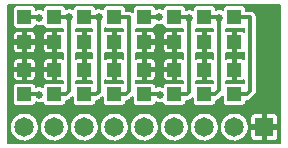
<source format=gtl>
G04 (created by PCBNEW (2013-06-11 BZR 4208)-testing) date Thu 13 Jun 2013 06:15:50 PM CEST*
%MOIN*%
G04 Gerber Fmt 3.4, Leading zero omitted, Abs format*
%FSLAX34Y34*%
G01*
G70*
G90*
G04 APERTURE LIST*
%ADD10C,0.005906*%
%ADD11R,0.064961X0.064961*%
%ADD12C,0.064961*%
%ADD13R,0.047200X0.047200*%
%ADD14C,0.025000*%
%ADD15C,0.011811*%
%ADD16C,0.007874*%
G04 APERTURE END LIST*
G54D10*
G54D11*
X40000Y-36000D03*
G54D12*
X39000Y-36000D03*
X38000Y-36000D03*
X37000Y-36000D03*
X36000Y-36000D03*
X35000Y-36000D03*
X34000Y-36000D03*
X33000Y-36000D03*
X32000Y-36000D03*
G54D13*
X32000Y-34087D03*
X32000Y-34913D03*
X38000Y-34087D03*
X38000Y-34913D03*
X33000Y-34087D03*
X33000Y-34913D03*
X34000Y-34087D03*
X34000Y-34913D03*
X35000Y-34087D03*
X35000Y-34913D03*
X36000Y-34087D03*
X36000Y-34913D03*
X37000Y-34087D03*
X37000Y-34913D03*
X39000Y-34087D03*
X39000Y-34913D03*
X32000Y-32337D03*
X32000Y-33163D03*
X33000Y-32337D03*
X33000Y-33163D03*
X34000Y-32337D03*
X34000Y-33163D03*
X35000Y-32337D03*
X35000Y-33163D03*
X36000Y-32337D03*
X36000Y-33163D03*
X37000Y-32337D03*
X37000Y-33163D03*
X38000Y-32337D03*
X38000Y-33163D03*
X39000Y-32337D03*
X39000Y-33163D03*
G54D14*
X35000Y-34911D03*
X32500Y-34921D03*
X32500Y-32350D03*
X38001Y-33159D03*
X39005Y-33159D03*
X36998Y-33159D03*
X35000Y-33159D03*
X33996Y-33159D03*
X36003Y-33159D03*
X33001Y-33159D03*
X31998Y-33159D03*
X34475Y-32325D03*
X36515Y-34921D03*
X36500Y-32325D03*
X38500Y-32350D03*
X37500Y-32362D03*
X33500Y-32325D03*
X39005Y-34911D03*
G54D15*
X35000Y-34913D02*
X35382Y-34913D01*
X35382Y-34913D02*
X35492Y-34803D01*
X35492Y-34803D02*
X35492Y-32342D01*
X35000Y-34911D02*
X34988Y-34922D01*
X34988Y-34922D02*
X34980Y-34922D01*
X35492Y-32342D02*
X35005Y-32342D01*
X35005Y-32342D02*
X35000Y-32337D01*
X35480Y-32354D02*
X35492Y-32342D01*
X32000Y-34913D02*
X32491Y-34913D01*
X32491Y-34913D02*
X32500Y-34921D01*
X32487Y-32337D02*
X32500Y-32350D01*
X32487Y-32337D02*
X32000Y-32337D01*
X36000Y-34087D02*
X37000Y-34087D01*
X32000Y-34087D02*
X33000Y-34087D01*
X32000Y-34087D02*
X32000Y-33163D01*
X33000Y-34087D02*
X33000Y-33163D01*
X34000Y-34087D02*
X34000Y-33163D01*
X35000Y-34087D02*
X35000Y-33163D01*
X36000Y-34087D02*
X36000Y-33163D01*
X37000Y-34087D02*
X37000Y-33163D01*
X38000Y-34087D02*
X38000Y-33163D01*
X39000Y-34087D02*
X39000Y-33163D01*
X32000Y-33163D02*
X33000Y-33163D01*
X36000Y-33163D02*
X37000Y-33163D01*
X39005Y-33159D02*
X38992Y-33172D01*
X38992Y-33172D02*
X38990Y-33172D01*
X36998Y-33159D02*
X37004Y-33153D01*
X37009Y-33153D02*
X37004Y-33153D01*
X36000Y-33153D02*
X36000Y-33155D01*
X36003Y-33159D02*
X36000Y-33155D01*
X33009Y-33153D02*
X33008Y-33153D01*
X33001Y-33159D02*
X33008Y-33153D01*
X32004Y-33153D02*
X32009Y-33153D01*
X31998Y-33159D02*
X32004Y-33153D01*
X37000Y-34087D02*
X36987Y-34100D01*
X36013Y-34100D02*
X36000Y-34087D01*
X34000Y-34913D02*
X34378Y-34913D01*
X34378Y-34913D02*
X34475Y-34816D01*
X34475Y-34816D02*
X34475Y-32325D01*
X34463Y-32337D02*
X34475Y-32325D01*
X34463Y-32337D02*
X34000Y-32337D01*
X36000Y-34913D02*
X36507Y-34913D01*
X36507Y-34913D02*
X36515Y-34921D01*
X36496Y-32328D02*
X36500Y-32325D01*
X36500Y-32325D02*
X36012Y-32325D01*
X36012Y-32325D02*
X36000Y-32337D01*
X38000Y-34913D02*
X38354Y-34913D01*
X38500Y-34767D02*
X38500Y-32350D01*
X38354Y-34913D02*
X38500Y-34767D01*
X38487Y-32337D02*
X38000Y-32337D01*
X38487Y-32337D02*
X38500Y-32350D01*
X37500Y-32362D02*
X37500Y-34822D01*
X37409Y-34913D02*
X37000Y-34913D01*
X37500Y-34822D02*
X37409Y-34913D01*
X37000Y-32337D02*
X37474Y-32337D01*
X37474Y-32337D02*
X37500Y-32362D01*
X37500Y-32362D02*
X37480Y-32381D01*
X33000Y-34913D02*
X33374Y-34913D01*
X33500Y-34787D02*
X33500Y-32325D01*
X33374Y-34913D02*
X33500Y-34787D01*
X33488Y-32337D02*
X33500Y-32325D01*
X33488Y-32337D02*
X33000Y-32337D01*
X39538Y-32337D02*
X39538Y-34792D01*
X39000Y-32337D02*
X39538Y-32337D01*
X39417Y-34913D02*
X39000Y-34913D01*
X39538Y-34792D02*
X39417Y-34913D01*
G54D10*
G36*
X34258Y-34520D02*
X34251Y-34519D01*
X34220Y-34519D01*
X33748Y-34519D01*
X33718Y-34525D01*
X33716Y-34526D01*
X33716Y-34452D01*
X33723Y-34455D01*
X33750Y-34460D01*
X33777Y-34460D01*
X33906Y-34460D01*
X33940Y-34426D01*
X33940Y-34146D01*
X33933Y-34146D01*
X33933Y-34027D01*
X33940Y-34027D01*
X33940Y-33747D01*
X33906Y-33713D01*
X33777Y-33713D01*
X33750Y-33713D01*
X33723Y-33718D01*
X33716Y-33721D01*
X33716Y-33528D01*
X33723Y-33531D01*
X33750Y-33536D01*
X33777Y-33536D01*
X33906Y-33536D01*
X33940Y-33502D01*
X33940Y-33222D01*
X33933Y-33222D01*
X33933Y-33103D01*
X33940Y-33103D01*
X33940Y-32823D01*
X33906Y-32789D01*
X33777Y-32789D01*
X33750Y-32789D01*
X33723Y-32794D01*
X33716Y-32797D01*
X33716Y-32723D01*
X33718Y-32724D01*
X33748Y-32730D01*
X33779Y-32730D01*
X34251Y-32730D01*
X34258Y-32729D01*
X34258Y-32790D01*
X34249Y-32789D01*
X34222Y-32789D01*
X34093Y-32789D01*
X34059Y-32823D01*
X34059Y-33103D01*
X34066Y-33103D01*
X34066Y-33222D01*
X34059Y-33222D01*
X34059Y-33502D01*
X34093Y-33536D01*
X34222Y-33536D01*
X34249Y-33536D01*
X34258Y-33535D01*
X34258Y-33714D01*
X34249Y-33713D01*
X34222Y-33713D01*
X34093Y-33713D01*
X34059Y-33747D01*
X34059Y-34027D01*
X34066Y-34027D01*
X34066Y-34146D01*
X34059Y-34146D01*
X34059Y-34426D01*
X34093Y-34460D01*
X34222Y-34460D01*
X34249Y-34460D01*
X34258Y-34459D01*
X34258Y-34520D01*
X34258Y-34520D01*
G37*
G54D16*
X34258Y-34520D02*
X34251Y-34519D01*
X34220Y-34519D01*
X33748Y-34519D01*
X33718Y-34525D01*
X33716Y-34526D01*
X33716Y-34452D01*
X33723Y-34455D01*
X33750Y-34460D01*
X33777Y-34460D01*
X33906Y-34460D01*
X33940Y-34426D01*
X33940Y-34146D01*
X33933Y-34146D01*
X33933Y-34027D01*
X33940Y-34027D01*
X33940Y-33747D01*
X33906Y-33713D01*
X33777Y-33713D01*
X33750Y-33713D01*
X33723Y-33718D01*
X33716Y-33721D01*
X33716Y-33528D01*
X33723Y-33531D01*
X33750Y-33536D01*
X33777Y-33536D01*
X33906Y-33536D01*
X33940Y-33502D01*
X33940Y-33222D01*
X33933Y-33222D01*
X33933Y-33103D01*
X33940Y-33103D01*
X33940Y-32823D01*
X33906Y-32789D01*
X33777Y-32789D01*
X33750Y-32789D01*
X33723Y-32794D01*
X33716Y-32797D01*
X33716Y-32723D01*
X33718Y-32724D01*
X33748Y-32730D01*
X33779Y-32730D01*
X34251Y-32730D01*
X34258Y-32729D01*
X34258Y-32790D01*
X34249Y-32789D01*
X34222Y-32789D01*
X34093Y-32789D01*
X34059Y-32823D01*
X34059Y-33103D01*
X34066Y-33103D01*
X34066Y-33222D01*
X34059Y-33222D01*
X34059Y-33502D01*
X34093Y-33536D01*
X34222Y-33536D01*
X34249Y-33536D01*
X34258Y-33535D01*
X34258Y-33714D01*
X34249Y-33713D01*
X34222Y-33713D01*
X34093Y-33713D01*
X34059Y-33747D01*
X34059Y-34027D01*
X34066Y-34027D01*
X34066Y-34146D01*
X34059Y-34146D01*
X34059Y-34426D01*
X34093Y-34460D01*
X34222Y-34460D01*
X34249Y-34460D01*
X34258Y-34459D01*
X34258Y-34520D01*
G54D10*
G36*
X35275Y-34524D02*
X35251Y-34519D01*
X35220Y-34519D01*
X34748Y-34519D01*
X34718Y-34525D01*
X34691Y-34536D01*
X34691Y-34440D01*
X34698Y-34445D01*
X34723Y-34455D01*
X34750Y-34460D01*
X34777Y-34460D01*
X34906Y-34460D01*
X34940Y-34426D01*
X34940Y-34146D01*
X34933Y-34146D01*
X34933Y-34027D01*
X34940Y-34027D01*
X34940Y-33747D01*
X34906Y-33713D01*
X34777Y-33713D01*
X34750Y-33713D01*
X34723Y-33718D01*
X34698Y-33728D01*
X34691Y-33733D01*
X34691Y-33516D01*
X34698Y-33521D01*
X34723Y-33531D01*
X34750Y-33536D01*
X34777Y-33536D01*
X34906Y-33536D01*
X34940Y-33502D01*
X34940Y-33222D01*
X34933Y-33222D01*
X34933Y-33103D01*
X34940Y-33103D01*
X34940Y-32823D01*
X34906Y-32789D01*
X34777Y-32789D01*
X34750Y-32789D01*
X34723Y-32794D01*
X34698Y-32804D01*
X34691Y-32809D01*
X34691Y-32713D01*
X34718Y-32724D01*
X34748Y-32730D01*
X34779Y-32730D01*
X35251Y-32730D01*
X35275Y-32725D01*
X35275Y-32794D01*
X35249Y-32789D01*
X35222Y-32789D01*
X35093Y-32789D01*
X35059Y-32823D01*
X35059Y-33103D01*
X35066Y-33103D01*
X35066Y-33222D01*
X35059Y-33222D01*
X35059Y-33502D01*
X35093Y-33536D01*
X35222Y-33536D01*
X35249Y-33536D01*
X35275Y-33531D01*
X35275Y-33718D01*
X35249Y-33713D01*
X35222Y-33713D01*
X35093Y-33713D01*
X35059Y-33747D01*
X35059Y-34027D01*
X35066Y-34027D01*
X35066Y-34146D01*
X35059Y-34146D01*
X35059Y-34426D01*
X35093Y-34460D01*
X35222Y-34460D01*
X35249Y-34460D01*
X35275Y-34455D01*
X35275Y-34524D01*
X35275Y-34524D01*
G37*
G54D16*
X35275Y-34524D02*
X35251Y-34519D01*
X35220Y-34519D01*
X34748Y-34519D01*
X34718Y-34525D01*
X34691Y-34536D01*
X34691Y-34440D01*
X34698Y-34445D01*
X34723Y-34455D01*
X34750Y-34460D01*
X34777Y-34460D01*
X34906Y-34460D01*
X34940Y-34426D01*
X34940Y-34146D01*
X34933Y-34146D01*
X34933Y-34027D01*
X34940Y-34027D01*
X34940Y-33747D01*
X34906Y-33713D01*
X34777Y-33713D01*
X34750Y-33713D01*
X34723Y-33718D01*
X34698Y-33728D01*
X34691Y-33733D01*
X34691Y-33516D01*
X34698Y-33521D01*
X34723Y-33531D01*
X34750Y-33536D01*
X34777Y-33536D01*
X34906Y-33536D01*
X34940Y-33502D01*
X34940Y-33222D01*
X34933Y-33222D01*
X34933Y-33103D01*
X34940Y-33103D01*
X34940Y-32823D01*
X34906Y-32789D01*
X34777Y-32789D01*
X34750Y-32789D01*
X34723Y-32794D01*
X34698Y-32804D01*
X34691Y-32809D01*
X34691Y-32713D01*
X34718Y-32724D01*
X34748Y-32730D01*
X34779Y-32730D01*
X35251Y-32730D01*
X35275Y-32725D01*
X35275Y-32794D01*
X35249Y-32789D01*
X35222Y-32789D01*
X35093Y-32789D01*
X35059Y-32823D01*
X35059Y-33103D01*
X35066Y-33103D01*
X35066Y-33222D01*
X35059Y-33222D01*
X35059Y-33502D01*
X35093Y-33536D01*
X35222Y-33536D01*
X35249Y-33536D01*
X35275Y-33531D01*
X35275Y-33718D01*
X35249Y-33713D01*
X35222Y-33713D01*
X35093Y-33713D01*
X35059Y-33747D01*
X35059Y-34027D01*
X35066Y-34027D01*
X35066Y-34146D01*
X35059Y-34146D01*
X35059Y-34426D01*
X35093Y-34460D01*
X35222Y-34460D01*
X35249Y-34460D01*
X35275Y-34455D01*
X35275Y-34524D01*
G54D10*
G36*
X37283Y-34526D02*
X37281Y-34525D01*
X37251Y-34519D01*
X37220Y-34519D01*
X36940Y-34519D01*
X36940Y-34426D01*
X36940Y-34146D01*
X36940Y-34027D01*
X36940Y-33747D01*
X36940Y-33502D01*
X36940Y-33222D01*
X36940Y-33103D01*
X36940Y-32823D01*
X36906Y-32789D01*
X36777Y-32789D01*
X36750Y-32789D01*
X36723Y-32794D01*
X36698Y-32804D01*
X36676Y-32819D01*
X36656Y-32839D01*
X36641Y-32861D01*
X36631Y-32886D01*
X36626Y-32913D01*
X36626Y-33069D01*
X36660Y-33103D01*
X36940Y-33103D01*
X36940Y-33222D01*
X36660Y-33222D01*
X36626Y-33256D01*
X36626Y-33412D01*
X36631Y-33439D01*
X36641Y-33464D01*
X36656Y-33486D01*
X36676Y-33506D01*
X36698Y-33521D01*
X36723Y-33531D01*
X36750Y-33536D01*
X36777Y-33536D01*
X36906Y-33536D01*
X36940Y-33502D01*
X36940Y-33747D01*
X36906Y-33713D01*
X36777Y-33713D01*
X36750Y-33713D01*
X36723Y-33718D01*
X36698Y-33728D01*
X36676Y-33743D01*
X36656Y-33763D01*
X36641Y-33785D01*
X36631Y-33810D01*
X36626Y-33837D01*
X36626Y-33993D01*
X36660Y-34027D01*
X36940Y-34027D01*
X36940Y-34146D01*
X36660Y-34146D01*
X36626Y-34180D01*
X36626Y-34336D01*
X36631Y-34363D01*
X36641Y-34388D01*
X36656Y-34410D01*
X36676Y-34430D01*
X36698Y-34445D01*
X36723Y-34455D01*
X36750Y-34460D01*
X36777Y-34460D01*
X36906Y-34460D01*
X36940Y-34426D01*
X36940Y-34519D01*
X36748Y-34519D01*
X36718Y-34525D01*
X36689Y-34537D01*
X36663Y-34554D01*
X36641Y-34576D01*
X36624Y-34602D01*
X36612Y-34631D01*
X36608Y-34653D01*
X36599Y-34650D01*
X36545Y-34638D01*
X36490Y-34638D01*
X36435Y-34648D01*
X36393Y-34665D01*
X36393Y-34661D01*
X36387Y-34631D01*
X36375Y-34602D01*
X36373Y-34599D01*
X36373Y-34336D01*
X36373Y-34180D01*
X36373Y-33993D01*
X36373Y-33837D01*
X36373Y-33412D01*
X36373Y-33256D01*
X36373Y-33069D01*
X36373Y-32913D01*
X36368Y-32886D01*
X36358Y-32861D01*
X36343Y-32839D01*
X36323Y-32819D01*
X36301Y-32804D01*
X36276Y-32794D01*
X36249Y-32789D01*
X36222Y-32789D01*
X36093Y-32789D01*
X36059Y-32823D01*
X36059Y-33103D01*
X36339Y-33103D01*
X36373Y-33069D01*
X36373Y-33256D01*
X36339Y-33222D01*
X36059Y-33222D01*
X36059Y-33502D01*
X36093Y-33536D01*
X36222Y-33536D01*
X36249Y-33536D01*
X36276Y-33531D01*
X36301Y-33521D01*
X36323Y-33506D01*
X36343Y-33486D01*
X36358Y-33464D01*
X36368Y-33439D01*
X36373Y-33412D01*
X36373Y-33837D01*
X36368Y-33810D01*
X36358Y-33785D01*
X36343Y-33763D01*
X36323Y-33743D01*
X36301Y-33728D01*
X36276Y-33718D01*
X36249Y-33713D01*
X36222Y-33713D01*
X36093Y-33713D01*
X36059Y-33747D01*
X36059Y-34027D01*
X36339Y-34027D01*
X36373Y-33993D01*
X36373Y-34180D01*
X36339Y-34146D01*
X36059Y-34146D01*
X36059Y-34426D01*
X36093Y-34460D01*
X36222Y-34460D01*
X36249Y-34460D01*
X36276Y-34455D01*
X36301Y-34445D01*
X36323Y-34430D01*
X36343Y-34410D01*
X36358Y-34388D01*
X36368Y-34363D01*
X36373Y-34336D01*
X36373Y-34599D01*
X36358Y-34576D01*
X36336Y-34554D01*
X36310Y-34537D01*
X36281Y-34525D01*
X36251Y-34519D01*
X36220Y-34519D01*
X35748Y-34519D01*
X35718Y-34525D01*
X35708Y-34529D01*
X35708Y-34449D01*
X35723Y-34455D01*
X35750Y-34460D01*
X35777Y-34460D01*
X35906Y-34460D01*
X35940Y-34426D01*
X35940Y-34146D01*
X35933Y-34146D01*
X35933Y-34027D01*
X35940Y-34027D01*
X35940Y-33747D01*
X35906Y-33713D01*
X35777Y-33713D01*
X35750Y-33713D01*
X35723Y-33718D01*
X35708Y-33724D01*
X35708Y-33525D01*
X35723Y-33531D01*
X35750Y-33536D01*
X35777Y-33536D01*
X35906Y-33536D01*
X35940Y-33502D01*
X35940Y-33222D01*
X35933Y-33222D01*
X35933Y-33103D01*
X35940Y-33103D01*
X35940Y-32823D01*
X35906Y-32789D01*
X35777Y-32789D01*
X35750Y-32789D01*
X35723Y-32794D01*
X35708Y-32800D01*
X35708Y-32720D01*
X35718Y-32724D01*
X35748Y-32730D01*
X35779Y-32730D01*
X36251Y-32730D01*
X36281Y-32724D01*
X36310Y-32712D01*
X36336Y-32695D01*
X36358Y-32673D01*
X36375Y-32647D01*
X36387Y-32618D01*
X36393Y-32588D01*
X36393Y-32586D01*
X36412Y-32594D01*
X36466Y-32606D01*
X36521Y-32608D01*
X36576Y-32598D01*
X36606Y-32586D01*
X36606Y-32588D01*
X36612Y-32618D01*
X36624Y-32647D01*
X36641Y-32673D01*
X36663Y-32695D01*
X36689Y-32712D01*
X36718Y-32724D01*
X36748Y-32730D01*
X36779Y-32730D01*
X37251Y-32730D01*
X37281Y-32724D01*
X37283Y-32723D01*
X37283Y-32797D01*
X37276Y-32794D01*
X37249Y-32789D01*
X37222Y-32789D01*
X37093Y-32789D01*
X37059Y-32823D01*
X37059Y-33103D01*
X37066Y-33103D01*
X37066Y-33222D01*
X37059Y-33222D01*
X37059Y-33502D01*
X37093Y-33536D01*
X37222Y-33536D01*
X37249Y-33536D01*
X37276Y-33531D01*
X37283Y-33528D01*
X37283Y-33721D01*
X37276Y-33718D01*
X37249Y-33713D01*
X37222Y-33713D01*
X37093Y-33713D01*
X37059Y-33747D01*
X37059Y-34027D01*
X37066Y-34027D01*
X37066Y-34146D01*
X37059Y-34146D01*
X37059Y-34426D01*
X37093Y-34460D01*
X37222Y-34460D01*
X37249Y-34460D01*
X37276Y-34455D01*
X37283Y-34452D01*
X37283Y-34526D01*
X37283Y-34526D01*
G37*
G54D16*
X37283Y-34526D02*
X37281Y-34525D01*
X37251Y-34519D01*
X37220Y-34519D01*
X36940Y-34519D01*
X36940Y-34426D01*
X36940Y-34146D01*
X36940Y-34027D01*
X36940Y-33747D01*
X36940Y-33502D01*
X36940Y-33222D01*
X36940Y-33103D01*
X36940Y-32823D01*
X36906Y-32789D01*
X36777Y-32789D01*
X36750Y-32789D01*
X36723Y-32794D01*
X36698Y-32804D01*
X36676Y-32819D01*
X36656Y-32839D01*
X36641Y-32861D01*
X36631Y-32886D01*
X36626Y-32913D01*
X36626Y-33069D01*
X36660Y-33103D01*
X36940Y-33103D01*
X36940Y-33222D01*
X36660Y-33222D01*
X36626Y-33256D01*
X36626Y-33412D01*
X36631Y-33439D01*
X36641Y-33464D01*
X36656Y-33486D01*
X36676Y-33506D01*
X36698Y-33521D01*
X36723Y-33531D01*
X36750Y-33536D01*
X36777Y-33536D01*
X36906Y-33536D01*
X36940Y-33502D01*
X36940Y-33747D01*
X36906Y-33713D01*
X36777Y-33713D01*
X36750Y-33713D01*
X36723Y-33718D01*
X36698Y-33728D01*
X36676Y-33743D01*
X36656Y-33763D01*
X36641Y-33785D01*
X36631Y-33810D01*
X36626Y-33837D01*
X36626Y-33993D01*
X36660Y-34027D01*
X36940Y-34027D01*
X36940Y-34146D01*
X36660Y-34146D01*
X36626Y-34180D01*
X36626Y-34336D01*
X36631Y-34363D01*
X36641Y-34388D01*
X36656Y-34410D01*
X36676Y-34430D01*
X36698Y-34445D01*
X36723Y-34455D01*
X36750Y-34460D01*
X36777Y-34460D01*
X36906Y-34460D01*
X36940Y-34426D01*
X36940Y-34519D01*
X36748Y-34519D01*
X36718Y-34525D01*
X36689Y-34537D01*
X36663Y-34554D01*
X36641Y-34576D01*
X36624Y-34602D01*
X36612Y-34631D01*
X36608Y-34653D01*
X36599Y-34650D01*
X36545Y-34638D01*
X36490Y-34638D01*
X36435Y-34648D01*
X36393Y-34665D01*
X36393Y-34661D01*
X36387Y-34631D01*
X36375Y-34602D01*
X36373Y-34599D01*
X36373Y-34336D01*
X36373Y-34180D01*
X36373Y-33993D01*
X36373Y-33837D01*
X36373Y-33412D01*
X36373Y-33256D01*
X36373Y-33069D01*
X36373Y-32913D01*
X36368Y-32886D01*
X36358Y-32861D01*
X36343Y-32839D01*
X36323Y-32819D01*
X36301Y-32804D01*
X36276Y-32794D01*
X36249Y-32789D01*
X36222Y-32789D01*
X36093Y-32789D01*
X36059Y-32823D01*
X36059Y-33103D01*
X36339Y-33103D01*
X36373Y-33069D01*
X36373Y-33256D01*
X36339Y-33222D01*
X36059Y-33222D01*
X36059Y-33502D01*
X36093Y-33536D01*
X36222Y-33536D01*
X36249Y-33536D01*
X36276Y-33531D01*
X36301Y-33521D01*
X36323Y-33506D01*
X36343Y-33486D01*
X36358Y-33464D01*
X36368Y-33439D01*
X36373Y-33412D01*
X36373Y-33837D01*
X36368Y-33810D01*
X36358Y-33785D01*
X36343Y-33763D01*
X36323Y-33743D01*
X36301Y-33728D01*
X36276Y-33718D01*
X36249Y-33713D01*
X36222Y-33713D01*
X36093Y-33713D01*
X36059Y-33747D01*
X36059Y-34027D01*
X36339Y-34027D01*
X36373Y-33993D01*
X36373Y-34180D01*
X36339Y-34146D01*
X36059Y-34146D01*
X36059Y-34426D01*
X36093Y-34460D01*
X36222Y-34460D01*
X36249Y-34460D01*
X36276Y-34455D01*
X36301Y-34445D01*
X36323Y-34430D01*
X36343Y-34410D01*
X36358Y-34388D01*
X36368Y-34363D01*
X36373Y-34336D01*
X36373Y-34599D01*
X36358Y-34576D01*
X36336Y-34554D01*
X36310Y-34537D01*
X36281Y-34525D01*
X36251Y-34519D01*
X36220Y-34519D01*
X35748Y-34519D01*
X35718Y-34525D01*
X35708Y-34529D01*
X35708Y-34449D01*
X35723Y-34455D01*
X35750Y-34460D01*
X35777Y-34460D01*
X35906Y-34460D01*
X35940Y-34426D01*
X35940Y-34146D01*
X35933Y-34146D01*
X35933Y-34027D01*
X35940Y-34027D01*
X35940Y-33747D01*
X35906Y-33713D01*
X35777Y-33713D01*
X35750Y-33713D01*
X35723Y-33718D01*
X35708Y-33724D01*
X35708Y-33525D01*
X35723Y-33531D01*
X35750Y-33536D01*
X35777Y-33536D01*
X35906Y-33536D01*
X35940Y-33502D01*
X35940Y-33222D01*
X35933Y-33222D01*
X35933Y-33103D01*
X35940Y-33103D01*
X35940Y-32823D01*
X35906Y-32789D01*
X35777Y-32789D01*
X35750Y-32789D01*
X35723Y-32794D01*
X35708Y-32800D01*
X35708Y-32720D01*
X35718Y-32724D01*
X35748Y-32730D01*
X35779Y-32730D01*
X36251Y-32730D01*
X36281Y-32724D01*
X36310Y-32712D01*
X36336Y-32695D01*
X36358Y-32673D01*
X36375Y-32647D01*
X36387Y-32618D01*
X36393Y-32588D01*
X36393Y-32586D01*
X36412Y-32594D01*
X36466Y-32606D01*
X36521Y-32608D01*
X36576Y-32598D01*
X36606Y-32586D01*
X36606Y-32588D01*
X36612Y-32618D01*
X36624Y-32647D01*
X36641Y-32673D01*
X36663Y-32695D01*
X36689Y-32712D01*
X36718Y-32724D01*
X36748Y-32730D01*
X36779Y-32730D01*
X37251Y-32730D01*
X37281Y-32724D01*
X37283Y-32723D01*
X37283Y-32797D01*
X37276Y-32794D01*
X37249Y-32789D01*
X37222Y-32789D01*
X37093Y-32789D01*
X37059Y-32823D01*
X37059Y-33103D01*
X37066Y-33103D01*
X37066Y-33222D01*
X37059Y-33222D01*
X37059Y-33502D01*
X37093Y-33536D01*
X37222Y-33536D01*
X37249Y-33536D01*
X37276Y-33531D01*
X37283Y-33528D01*
X37283Y-33721D01*
X37276Y-33718D01*
X37249Y-33713D01*
X37222Y-33713D01*
X37093Y-33713D01*
X37059Y-33747D01*
X37059Y-34027D01*
X37066Y-34027D01*
X37066Y-34146D01*
X37059Y-34146D01*
X37059Y-34426D01*
X37093Y-34460D01*
X37222Y-34460D01*
X37249Y-34460D01*
X37276Y-34455D01*
X37283Y-34452D01*
X37283Y-34526D01*
G54D10*
G36*
X38283Y-34526D02*
X38281Y-34525D01*
X38251Y-34519D01*
X38220Y-34519D01*
X37748Y-34519D01*
X37718Y-34525D01*
X37716Y-34526D01*
X37716Y-34452D01*
X37723Y-34455D01*
X37750Y-34460D01*
X37777Y-34460D01*
X37906Y-34460D01*
X37940Y-34426D01*
X37940Y-34146D01*
X37933Y-34146D01*
X37933Y-34027D01*
X37940Y-34027D01*
X37940Y-33747D01*
X37906Y-33713D01*
X37777Y-33713D01*
X37750Y-33713D01*
X37723Y-33718D01*
X37716Y-33721D01*
X37716Y-33528D01*
X37723Y-33531D01*
X37750Y-33536D01*
X37777Y-33536D01*
X37906Y-33536D01*
X37940Y-33502D01*
X37940Y-33222D01*
X37933Y-33222D01*
X37933Y-33103D01*
X37940Y-33103D01*
X37940Y-32823D01*
X37906Y-32789D01*
X37777Y-32789D01*
X37750Y-32789D01*
X37723Y-32794D01*
X37716Y-32797D01*
X37716Y-32723D01*
X37718Y-32724D01*
X37748Y-32730D01*
X37779Y-32730D01*
X38251Y-32730D01*
X38281Y-32724D01*
X38283Y-32723D01*
X38283Y-32797D01*
X38276Y-32794D01*
X38249Y-32789D01*
X38222Y-32789D01*
X38093Y-32789D01*
X38059Y-32823D01*
X38059Y-33103D01*
X38066Y-33103D01*
X38066Y-33222D01*
X38059Y-33222D01*
X38059Y-33502D01*
X38093Y-33536D01*
X38222Y-33536D01*
X38249Y-33536D01*
X38276Y-33531D01*
X38283Y-33528D01*
X38283Y-33721D01*
X38276Y-33718D01*
X38249Y-33713D01*
X38222Y-33713D01*
X38093Y-33713D01*
X38059Y-33747D01*
X38059Y-34027D01*
X38066Y-34027D01*
X38066Y-34146D01*
X38059Y-34146D01*
X38059Y-34426D01*
X38093Y-34460D01*
X38222Y-34460D01*
X38249Y-34460D01*
X38276Y-34455D01*
X38283Y-34452D01*
X38283Y-34526D01*
X38283Y-34526D01*
G37*
G54D16*
X38283Y-34526D02*
X38281Y-34525D01*
X38251Y-34519D01*
X38220Y-34519D01*
X37748Y-34519D01*
X37718Y-34525D01*
X37716Y-34526D01*
X37716Y-34452D01*
X37723Y-34455D01*
X37750Y-34460D01*
X37777Y-34460D01*
X37906Y-34460D01*
X37940Y-34426D01*
X37940Y-34146D01*
X37933Y-34146D01*
X37933Y-34027D01*
X37940Y-34027D01*
X37940Y-33747D01*
X37906Y-33713D01*
X37777Y-33713D01*
X37750Y-33713D01*
X37723Y-33718D01*
X37716Y-33721D01*
X37716Y-33528D01*
X37723Y-33531D01*
X37750Y-33536D01*
X37777Y-33536D01*
X37906Y-33536D01*
X37940Y-33502D01*
X37940Y-33222D01*
X37933Y-33222D01*
X37933Y-33103D01*
X37940Y-33103D01*
X37940Y-32823D01*
X37906Y-32789D01*
X37777Y-32789D01*
X37750Y-32789D01*
X37723Y-32794D01*
X37716Y-32797D01*
X37716Y-32723D01*
X37718Y-32724D01*
X37748Y-32730D01*
X37779Y-32730D01*
X38251Y-32730D01*
X38281Y-32724D01*
X38283Y-32723D01*
X38283Y-32797D01*
X38276Y-32794D01*
X38249Y-32789D01*
X38222Y-32789D01*
X38093Y-32789D01*
X38059Y-32823D01*
X38059Y-33103D01*
X38066Y-33103D01*
X38066Y-33222D01*
X38059Y-33222D01*
X38059Y-33502D01*
X38093Y-33536D01*
X38222Y-33536D01*
X38249Y-33536D01*
X38276Y-33531D01*
X38283Y-33528D01*
X38283Y-33721D01*
X38276Y-33718D01*
X38249Y-33713D01*
X38222Y-33713D01*
X38093Y-33713D01*
X38059Y-33747D01*
X38059Y-34027D01*
X38066Y-34027D01*
X38066Y-34146D01*
X38059Y-34146D01*
X38059Y-34426D01*
X38093Y-34460D01*
X38222Y-34460D01*
X38249Y-34460D01*
X38276Y-34455D01*
X38283Y-34452D01*
X38283Y-34526D01*
G54D10*
G36*
X39321Y-34544D02*
X39310Y-34537D01*
X39281Y-34525D01*
X39251Y-34519D01*
X39220Y-34519D01*
X38748Y-34519D01*
X38718Y-34525D01*
X38716Y-34526D01*
X38716Y-34452D01*
X38723Y-34455D01*
X38750Y-34460D01*
X38777Y-34460D01*
X38906Y-34460D01*
X38940Y-34426D01*
X38940Y-34146D01*
X38933Y-34146D01*
X38933Y-34027D01*
X38940Y-34027D01*
X38940Y-33747D01*
X38906Y-33713D01*
X38777Y-33713D01*
X38750Y-33713D01*
X38723Y-33718D01*
X38716Y-33721D01*
X38716Y-33528D01*
X38723Y-33531D01*
X38750Y-33536D01*
X38777Y-33536D01*
X38906Y-33536D01*
X38940Y-33502D01*
X38940Y-33222D01*
X38933Y-33222D01*
X38933Y-33103D01*
X38940Y-33103D01*
X38940Y-32823D01*
X38906Y-32789D01*
X38777Y-32789D01*
X38750Y-32789D01*
X38723Y-32794D01*
X38716Y-32797D01*
X38716Y-32723D01*
X38718Y-32724D01*
X38748Y-32730D01*
X38779Y-32730D01*
X39251Y-32730D01*
X39281Y-32724D01*
X39310Y-32712D01*
X39321Y-32705D01*
X39321Y-32818D01*
X39301Y-32804D01*
X39276Y-32794D01*
X39249Y-32789D01*
X39222Y-32789D01*
X39093Y-32789D01*
X39059Y-32823D01*
X39059Y-33103D01*
X39066Y-33103D01*
X39066Y-33222D01*
X39059Y-33222D01*
X39059Y-33502D01*
X39093Y-33536D01*
X39222Y-33536D01*
X39249Y-33536D01*
X39276Y-33531D01*
X39301Y-33521D01*
X39321Y-33507D01*
X39321Y-33742D01*
X39301Y-33728D01*
X39276Y-33718D01*
X39249Y-33713D01*
X39222Y-33713D01*
X39093Y-33713D01*
X39059Y-33747D01*
X39059Y-34027D01*
X39066Y-34027D01*
X39066Y-34146D01*
X39059Y-34146D01*
X39059Y-34426D01*
X39093Y-34460D01*
X39222Y-34460D01*
X39249Y-34460D01*
X39276Y-34455D01*
X39301Y-34445D01*
X39321Y-34431D01*
X39321Y-34544D01*
X39321Y-34544D01*
G37*
G54D16*
X39321Y-34544D02*
X39310Y-34537D01*
X39281Y-34525D01*
X39251Y-34519D01*
X39220Y-34519D01*
X38748Y-34519D01*
X38718Y-34525D01*
X38716Y-34526D01*
X38716Y-34452D01*
X38723Y-34455D01*
X38750Y-34460D01*
X38777Y-34460D01*
X38906Y-34460D01*
X38940Y-34426D01*
X38940Y-34146D01*
X38933Y-34146D01*
X38933Y-34027D01*
X38940Y-34027D01*
X38940Y-33747D01*
X38906Y-33713D01*
X38777Y-33713D01*
X38750Y-33713D01*
X38723Y-33718D01*
X38716Y-33721D01*
X38716Y-33528D01*
X38723Y-33531D01*
X38750Y-33536D01*
X38777Y-33536D01*
X38906Y-33536D01*
X38940Y-33502D01*
X38940Y-33222D01*
X38933Y-33222D01*
X38933Y-33103D01*
X38940Y-33103D01*
X38940Y-32823D01*
X38906Y-32789D01*
X38777Y-32789D01*
X38750Y-32789D01*
X38723Y-32794D01*
X38716Y-32797D01*
X38716Y-32723D01*
X38718Y-32724D01*
X38748Y-32730D01*
X38779Y-32730D01*
X39251Y-32730D01*
X39281Y-32724D01*
X39310Y-32712D01*
X39321Y-32705D01*
X39321Y-32818D01*
X39301Y-32804D01*
X39276Y-32794D01*
X39249Y-32789D01*
X39222Y-32789D01*
X39093Y-32789D01*
X39059Y-32823D01*
X39059Y-33103D01*
X39066Y-33103D01*
X39066Y-33222D01*
X39059Y-33222D01*
X39059Y-33502D01*
X39093Y-33536D01*
X39222Y-33536D01*
X39249Y-33536D01*
X39276Y-33531D01*
X39301Y-33521D01*
X39321Y-33507D01*
X39321Y-33742D01*
X39301Y-33728D01*
X39276Y-33718D01*
X39249Y-33713D01*
X39222Y-33713D01*
X39093Y-33713D01*
X39059Y-33747D01*
X39059Y-34027D01*
X39066Y-34027D01*
X39066Y-34146D01*
X39059Y-34146D01*
X39059Y-34426D01*
X39093Y-34460D01*
X39222Y-34460D01*
X39249Y-34460D01*
X39276Y-34455D01*
X39301Y-34445D01*
X39321Y-34431D01*
X39321Y-34544D01*
G54D10*
G36*
X40512Y-36486D02*
X40511Y-36505D01*
X40509Y-36513D01*
X40506Y-36521D01*
X40501Y-36527D01*
X40495Y-36533D01*
X40488Y-36537D01*
X40480Y-36540D01*
X40469Y-36542D01*
X40462Y-36542D01*
X40462Y-36338D01*
X40462Y-36311D01*
X40462Y-36093D01*
X40462Y-35906D01*
X40462Y-35688D01*
X40462Y-35661D01*
X40457Y-35635D01*
X40446Y-35609D01*
X40431Y-35587D01*
X40412Y-35568D01*
X40390Y-35553D01*
X40364Y-35542D01*
X40338Y-35537D01*
X40093Y-35537D01*
X40059Y-35571D01*
X40059Y-35940D01*
X40428Y-35940D01*
X40462Y-35906D01*
X40462Y-36093D01*
X40428Y-36059D01*
X40059Y-36059D01*
X40059Y-36428D01*
X40093Y-36462D01*
X40338Y-36462D01*
X40364Y-36457D01*
X40390Y-36446D01*
X40412Y-36431D01*
X40431Y-36412D01*
X40446Y-36390D01*
X40457Y-36364D01*
X40462Y-36338D01*
X40462Y-36542D01*
X39940Y-36542D01*
X39940Y-36428D01*
X39940Y-36059D01*
X39940Y-35940D01*
X39940Y-35571D01*
X39906Y-35537D01*
X39754Y-35537D01*
X39754Y-34792D01*
X39754Y-32337D01*
X39752Y-32316D01*
X39750Y-32296D01*
X39750Y-32295D01*
X39750Y-32294D01*
X39744Y-32275D01*
X39738Y-32255D01*
X39738Y-32255D01*
X39738Y-32254D01*
X39728Y-32236D01*
X39719Y-32218D01*
X39718Y-32217D01*
X39718Y-32217D01*
X39705Y-32201D01*
X39692Y-32185D01*
X39692Y-32185D01*
X39691Y-32184D01*
X39675Y-32171D01*
X39660Y-32158D01*
X39659Y-32157D01*
X39659Y-32157D01*
X39641Y-32147D01*
X39623Y-32137D01*
X39622Y-32137D01*
X39621Y-32137D01*
X39602Y-32131D01*
X39583Y-32125D01*
X39582Y-32125D01*
X39581Y-32124D01*
X39561Y-32122D01*
X39541Y-32120D01*
X39539Y-32120D01*
X39539Y-32120D01*
X39539Y-32120D01*
X39538Y-32120D01*
X39393Y-32120D01*
X39393Y-32085D01*
X39387Y-32055D01*
X39375Y-32026D01*
X39358Y-32000D01*
X39336Y-31978D01*
X39310Y-31961D01*
X39281Y-31949D01*
X39251Y-31943D01*
X39220Y-31943D01*
X38748Y-31943D01*
X38718Y-31949D01*
X38689Y-31961D01*
X38663Y-31978D01*
X38641Y-32000D01*
X38624Y-32026D01*
X38612Y-32055D01*
X38606Y-32085D01*
X38606Y-32088D01*
X38583Y-32078D01*
X38529Y-32067D01*
X38474Y-32067D01*
X38419Y-32077D01*
X38393Y-32088D01*
X38393Y-32085D01*
X38387Y-32055D01*
X38375Y-32026D01*
X38358Y-32000D01*
X38336Y-31978D01*
X38310Y-31961D01*
X38281Y-31949D01*
X38251Y-31943D01*
X38220Y-31943D01*
X37748Y-31943D01*
X37718Y-31949D01*
X37689Y-31961D01*
X37663Y-31978D01*
X37641Y-32000D01*
X37624Y-32026D01*
X37612Y-32055D01*
X37606Y-32085D01*
X37606Y-32100D01*
X37583Y-32091D01*
X37529Y-32079D01*
X37474Y-32079D01*
X37419Y-32089D01*
X37393Y-32100D01*
X37393Y-32085D01*
X37387Y-32055D01*
X37375Y-32026D01*
X37358Y-32000D01*
X37336Y-31978D01*
X37310Y-31961D01*
X37281Y-31949D01*
X37251Y-31943D01*
X37220Y-31943D01*
X36748Y-31943D01*
X36718Y-31949D01*
X36689Y-31961D01*
X36663Y-31978D01*
X36641Y-32000D01*
X36624Y-32026D01*
X36612Y-32055D01*
X36610Y-32065D01*
X36583Y-32053D01*
X36529Y-32042D01*
X36474Y-32042D01*
X36419Y-32052D01*
X36389Y-32065D01*
X36387Y-32055D01*
X36375Y-32026D01*
X36358Y-32000D01*
X36336Y-31978D01*
X36310Y-31961D01*
X36281Y-31949D01*
X36251Y-31943D01*
X36220Y-31943D01*
X35748Y-31943D01*
X35718Y-31949D01*
X35689Y-31961D01*
X35663Y-31978D01*
X35641Y-32000D01*
X35624Y-32026D01*
X35612Y-32055D01*
X35606Y-32085D01*
X35606Y-32116D01*
X35606Y-32159D01*
X35595Y-32153D01*
X35577Y-32143D01*
X35577Y-32143D01*
X35576Y-32143D01*
X35576Y-32143D01*
X35576Y-32142D01*
X35556Y-32136D01*
X35537Y-32130D01*
X35536Y-32130D01*
X35536Y-32130D01*
X35536Y-32130D01*
X35535Y-32130D01*
X35515Y-32128D01*
X35495Y-32126D01*
X35494Y-32126D01*
X35494Y-32125D01*
X35494Y-32125D01*
X35493Y-32125D01*
X35493Y-32125D01*
X35493Y-32125D01*
X35492Y-32125D01*
X35393Y-32125D01*
X35393Y-32085D01*
X35387Y-32055D01*
X35375Y-32026D01*
X35358Y-32000D01*
X35336Y-31978D01*
X35310Y-31961D01*
X35281Y-31949D01*
X35251Y-31943D01*
X35220Y-31943D01*
X34748Y-31943D01*
X34718Y-31949D01*
X34689Y-31961D01*
X34663Y-31978D01*
X34641Y-32000D01*
X34624Y-32026D01*
X34612Y-32055D01*
X34608Y-32074D01*
X34558Y-32053D01*
X34504Y-32042D01*
X34449Y-32042D01*
X34394Y-32052D01*
X34387Y-32055D01*
X34387Y-32055D01*
X34375Y-32026D01*
X34358Y-32000D01*
X34336Y-31978D01*
X34310Y-31961D01*
X34281Y-31949D01*
X34251Y-31943D01*
X34220Y-31943D01*
X33748Y-31943D01*
X33718Y-31949D01*
X33689Y-31961D01*
X33663Y-31978D01*
X33641Y-32000D01*
X33624Y-32026D01*
X33612Y-32055D01*
X33610Y-32065D01*
X33583Y-32053D01*
X33529Y-32042D01*
X33474Y-32042D01*
X33419Y-32052D01*
X33389Y-32065D01*
X33387Y-32055D01*
X33375Y-32026D01*
X33358Y-32000D01*
X33336Y-31978D01*
X33310Y-31961D01*
X33281Y-31949D01*
X33251Y-31943D01*
X33220Y-31943D01*
X32748Y-31943D01*
X32718Y-31949D01*
X32689Y-31961D01*
X32663Y-31978D01*
X32641Y-32000D01*
X32624Y-32026D01*
X32612Y-32055D01*
X32606Y-32085D01*
X32606Y-32088D01*
X32583Y-32078D01*
X32529Y-32067D01*
X32474Y-32067D01*
X32419Y-32077D01*
X32393Y-32088D01*
X32393Y-32085D01*
X32387Y-32055D01*
X32375Y-32026D01*
X32358Y-32000D01*
X32336Y-31978D01*
X32310Y-31961D01*
X32281Y-31949D01*
X32251Y-31943D01*
X32220Y-31943D01*
X31748Y-31943D01*
X31718Y-31949D01*
X31689Y-31961D01*
X31663Y-31978D01*
X31641Y-32000D01*
X31624Y-32026D01*
X31612Y-32055D01*
X31606Y-32085D01*
X31606Y-32116D01*
X31606Y-32588D01*
X31612Y-32618D01*
X31624Y-32647D01*
X31641Y-32673D01*
X31663Y-32695D01*
X31689Y-32712D01*
X31718Y-32724D01*
X31748Y-32730D01*
X31779Y-32730D01*
X32251Y-32730D01*
X32281Y-32724D01*
X32310Y-32712D01*
X32336Y-32695D01*
X32358Y-32673D01*
X32375Y-32647D01*
X32387Y-32618D01*
X32389Y-32609D01*
X32412Y-32619D01*
X32466Y-32631D01*
X32521Y-32633D01*
X32576Y-32623D01*
X32610Y-32610D01*
X32612Y-32618D01*
X32624Y-32647D01*
X32641Y-32673D01*
X32663Y-32695D01*
X32689Y-32712D01*
X32718Y-32724D01*
X32748Y-32730D01*
X32779Y-32730D01*
X33251Y-32730D01*
X33281Y-32724D01*
X33283Y-32723D01*
X33283Y-32797D01*
X33276Y-32794D01*
X33249Y-32789D01*
X33222Y-32789D01*
X33093Y-32789D01*
X33059Y-32823D01*
X33059Y-33103D01*
X33066Y-33103D01*
X33066Y-33222D01*
X33059Y-33222D01*
X33059Y-33502D01*
X33093Y-33536D01*
X33222Y-33536D01*
X33249Y-33536D01*
X33276Y-33531D01*
X33283Y-33528D01*
X33283Y-33721D01*
X33276Y-33718D01*
X33249Y-33713D01*
X33222Y-33713D01*
X33093Y-33713D01*
X33059Y-33747D01*
X33059Y-34027D01*
X33066Y-34027D01*
X33066Y-34146D01*
X33059Y-34146D01*
X33059Y-34426D01*
X33093Y-34460D01*
X33222Y-34460D01*
X33249Y-34460D01*
X33276Y-34455D01*
X33283Y-34452D01*
X33283Y-34526D01*
X33281Y-34525D01*
X33251Y-34519D01*
X33220Y-34519D01*
X32940Y-34519D01*
X32940Y-34426D01*
X32940Y-34146D01*
X32940Y-34027D01*
X32940Y-33747D01*
X32940Y-33502D01*
X32940Y-33222D01*
X32940Y-33103D01*
X32940Y-32823D01*
X32906Y-32789D01*
X32777Y-32789D01*
X32750Y-32789D01*
X32723Y-32794D01*
X32698Y-32804D01*
X32676Y-32819D01*
X32656Y-32839D01*
X32641Y-32861D01*
X32631Y-32886D01*
X32626Y-32913D01*
X32626Y-33069D01*
X32660Y-33103D01*
X32940Y-33103D01*
X32940Y-33222D01*
X32660Y-33222D01*
X32626Y-33256D01*
X32626Y-33412D01*
X32631Y-33439D01*
X32641Y-33464D01*
X32656Y-33486D01*
X32676Y-33506D01*
X32698Y-33521D01*
X32723Y-33531D01*
X32750Y-33536D01*
X32777Y-33536D01*
X32906Y-33536D01*
X32940Y-33502D01*
X32940Y-33747D01*
X32906Y-33713D01*
X32777Y-33713D01*
X32750Y-33713D01*
X32723Y-33718D01*
X32698Y-33728D01*
X32676Y-33743D01*
X32656Y-33763D01*
X32641Y-33785D01*
X32631Y-33810D01*
X32626Y-33837D01*
X32626Y-33993D01*
X32660Y-34027D01*
X32940Y-34027D01*
X32940Y-34146D01*
X32660Y-34146D01*
X32626Y-34180D01*
X32626Y-34336D01*
X32631Y-34363D01*
X32641Y-34388D01*
X32656Y-34410D01*
X32676Y-34430D01*
X32698Y-34445D01*
X32723Y-34455D01*
X32750Y-34460D01*
X32777Y-34460D01*
X32906Y-34460D01*
X32940Y-34426D01*
X32940Y-34519D01*
X32748Y-34519D01*
X32718Y-34525D01*
X32689Y-34537D01*
X32663Y-34554D01*
X32641Y-34576D01*
X32624Y-34602D01*
X32612Y-34631D01*
X32606Y-34659D01*
X32583Y-34650D01*
X32529Y-34638D01*
X32474Y-34638D01*
X32419Y-34648D01*
X32393Y-34659D01*
X32387Y-34631D01*
X32375Y-34602D01*
X32373Y-34599D01*
X32373Y-34336D01*
X32373Y-34180D01*
X32373Y-33993D01*
X32373Y-33837D01*
X32373Y-33412D01*
X32373Y-33256D01*
X32373Y-33069D01*
X32373Y-32913D01*
X32368Y-32886D01*
X32358Y-32861D01*
X32343Y-32839D01*
X32323Y-32819D01*
X32301Y-32804D01*
X32276Y-32794D01*
X32249Y-32789D01*
X32222Y-32789D01*
X32093Y-32789D01*
X32059Y-32823D01*
X32059Y-33103D01*
X32339Y-33103D01*
X32373Y-33069D01*
X32373Y-33256D01*
X32339Y-33222D01*
X32059Y-33222D01*
X32059Y-33502D01*
X32093Y-33536D01*
X32222Y-33536D01*
X32249Y-33536D01*
X32276Y-33531D01*
X32301Y-33521D01*
X32323Y-33506D01*
X32343Y-33486D01*
X32358Y-33464D01*
X32368Y-33439D01*
X32373Y-33412D01*
X32373Y-33837D01*
X32368Y-33810D01*
X32358Y-33785D01*
X32343Y-33763D01*
X32323Y-33743D01*
X32301Y-33728D01*
X32276Y-33718D01*
X32249Y-33713D01*
X32222Y-33713D01*
X32093Y-33713D01*
X32059Y-33747D01*
X32059Y-34027D01*
X32339Y-34027D01*
X32373Y-33993D01*
X32373Y-34180D01*
X32339Y-34146D01*
X32059Y-34146D01*
X32059Y-34426D01*
X32093Y-34460D01*
X32222Y-34460D01*
X32249Y-34460D01*
X32276Y-34455D01*
X32301Y-34445D01*
X32323Y-34430D01*
X32343Y-34410D01*
X32358Y-34388D01*
X32368Y-34363D01*
X32373Y-34336D01*
X32373Y-34599D01*
X32358Y-34576D01*
X32336Y-34554D01*
X32310Y-34537D01*
X32281Y-34525D01*
X32251Y-34519D01*
X32220Y-34519D01*
X31940Y-34519D01*
X31940Y-34426D01*
X31940Y-34146D01*
X31940Y-34027D01*
X31940Y-33747D01*
X31940Y-33502D01*
X31940Y-33222D01*
X31940Y-33103D01*
X31940Y-32823D01*
X31906Y-32789D01*
X31777Y-32789D01*
X31750Y-32789D01*
X31723Y-32794D01*
X31698Y-32804D01*
X31676Y-32819D01*
X31656Y-32839D01*
X31641Y-32861D01*
X31631Y-32886D01*
X31626Y-32913D01*
X31626Y-33069D01*
X31660Y-33103D01*
X31940Y-33103D01*
X31940Y-33222D01*
X31660Y-33222D01*
X31626Y-33256D01*
X31626Y-33412D01*
X31631Y-33439D01*
X31641Y-33464D01*
X31656Y-33486D01*
X31676Y-33506D01*
X31698Y-33521D01*
X31723Y-33531D01*
X31750Y-33536D01*
X31777Y-33536D01*
X31906Y-33536D01*
X31940Y-33502D01*
X31940Y-33747D01*
X31906Y-33713D01*
X31777Y-33713D01*
X31750Y-33713D01*
X31723Y-33718D01*
X31698Y-33728D01*
X31676Y-33743D01*
X31656Y-33763D01*
X31641Y-33785D01*
X31631Y-33810D01*
X31626Y-33837D01*
X31626Y-33993D01*
X31660Y-34027D01*
X31940Y-34027D01*
X31940Y-34146D01*
X31660Y-34146D01*
X31626Y-34180D01*
X31626Y-34336D01*
X31631Y-34363D01*
X31641Y-34388D01*
X31656Y-34410D01*
X31676Y-34430D01*
X31698Y-34445D01*
X31723Y-34455D01*
X31750Y-34460D01*
X31777Y-34460D01*
X31906Y-34460D01*
X31940Y-34426D01*
X31940Y-34519D01*
X31748Y-34519D01*
X31718Y-34525D01*
X31689Y-34537D01*
X31663Y-34554D01*
X31641Y-34576D01*
X31624Y-34602D01*
X31612Y-34631D01*
X31606Y-34661D01*
X31606Y-34692D01*
X31606Y-35164D01*
X31612Y-35194D01*
X31624Y-35223D01*
X31641Y-35249D01*
X31663Y-35271D01*
X31689Y-35288D01*
X31718Y-35300D01*
X31748Y-35306D01*
X31779Y-35306D01*
X32251Y-35306D01*
X32281Y-35300D01*
X32310Y-35288D01*
X32336Y-35271D01*
X32358Y-35249D01*
X32375Y-35223D01*
X32387Y-35194D01*
X32390Y-35181D01*
X32412Y-35191D01*
X32466Y-35203D01*
X32521Y-35204D01*
X32576Y-35194D01*
X32609Y-35181D01*
X32612Y-35194D01*
X32624Y-35223D01*
X32641Y-35249D01*
X32663Y-35271D01*
X32689Y-35288D01*
X32718Y-35300D01*
X32748Y-35306D01*
X32779Y-35306D01*
X33251Y-35306D01*
X33281Y-35300D01*
X33310Y-35288D01*
X33336Y-35271D01*
X33358Y-35249D01*
X33375Y-35223D01*
X33387Y-35194D01*
X33393Y-35164D01*
X33393Y-35133D01*
X33393Y-35127D01*
X33394Y-35127D01*
X33414Y-35125D01*
X33415Y-35125D01*
X33416Y-35125D01*
X33435Y-35119D01*
X33454Y-35114D01*
X33455Y-35113D01*
X33456Y-35113D01*
X33474Y-35103D01*
X33492Y-35094D01*
X33493Y-35093D01*
X33494Y-35093D01*
X33509Y-35080D01*
X33525Y-35068D01*
X33526Y-35066D01*
X33526Y-35066D01*
X33527Y-35066D01*
X33527Y-35066D01*
X33606Y-34987D01*
X33606Y-35164D01*
X33612Y-35194D01*
X33624Y-35223D01*
X33641Y-35249D01*
X33663Y-35271D01*
X33689Y-35288D01*
X33718Y-35300D01*
X33748Y-35306D01*
X33779Y-35306D01*
X34251Y-35306D01*
X34281Y-35300D01*
X34310Y-35288D01*
X34336Y-35271D01*
X34358Y-35249D01*
X34375Y-35223D01*
X34387Y-35194D01*
X34393Y-35164D01*
X34393Y-35133D01*
X34393Y-35128D01*
X34398Y-35127D01*
X34418Y-35125D01*
X34419Y-35125D01*
X34420Y-35125D01*
X34439Y-35119D01*
X34458Y-35114D01*
X34459Y-35113D01*
X34460Y-35113D01*
X34478Y-35103D01*
X34496Y-35094D01*
X34497Y-35093D01*
X34498Y-35093D01*
X34513Y-35080D01*
X34529Y-35068D01*
X34530Y-35066D01*
X34530Y-35066D01*
X34530Y-35066D01*
X34531Y-35066D01*
X34606Y-34991D01*
X34606Y-35164D01*
X34612Y-35194D01*
X34624Y-35223D01*
X34641Y-35249D01*
X34663Y-35271D01*
X34689Y-35288D01*
X34718Y-35300D01*
X34748Y-35306D01*
X34779Y-35306D01*
X35251Y-35306D01*
X35281Y-35300D01*
X35310Y-35288D01*
X35336Y-35271D01*
X35358Y-35249D01*
X35375Y-35223D01*
X35387Y-35194D01*
X35393Y-35164D01*
X35393Y-35133D01*
X35393Y-35128D01*
X35402Y-35127D01*
X35422Y-35125D01*
X35423Y-35125D01*
X35424Y-35125D01*
X35443Y-35119D01*
X35462Y-35114D01*
X35463Y-35113D01*
X35464Y-35113D01*
X35482Y-35103D01*
X35500Y-35094D01*
X35501Y-35093D01*
X35502Y-35093D01*
X35517Y-35080D01*
X35533Y-35068D01*
X35534Y-35066D01*
X35534Y-35066D01*
X35534Y-35066D01*
X35535Y-35066D01*
X35606Y-34994D01*
X35606Y-35164D01*
X35612Y-35194D01*
X35624Y-35223D01*
X35641Y-35249D01*
X35663Y-35271D01*
X35689Y-35288D01*
X35718Y-35300D01*
X35748Y-35306D01*
X35779Y-35306D01*
X36251Y-35306D01*
X36281Y-35300D01*
X36310Y-35288D01*
X36336Y-35271D01*
X36358Y-35249D01*
X36375Y-35223D01*
X36387Y-35194D01*
X36391Y-35175D01*
X36428Y-35191D01*
X36482Y-35203D01*
X36537Y-35204D01*
X36592Y-35194D01*
X36611Y-35187D01*
X36612Y-35194D01*
X36624Y-35223D01*
X36641Y-35249D01*
X36663Y-35271D01*
X36689Y-35288D01*
X36718Y-35300D01*
X36748Y-35306D01*
X36779Y-35306D01*
X37251Y-35306D01*
X37281Y-35300D01*
X37310Y-35288D01*
X37336Y-35271D01*
X37358Y-35249D01*
X37375Y-35223D01*
X37387Y-35194D01*
X37393Y-35164D01*
X37393Y-35133D01*
X37393Y-35129D01*
X37409Y-35129D01*
X37429Y-35127D01*
X37449Y-35125D01*
X37450Y-35125D01*
X37451Y-35125D01*
X37471Y-35119D01*
X37490Y-35114D01*
X37491Y-35113D01*
X37492Y-35113D01*
X37510Y-35103D01*
X37527Y-35094D01*
X37528Y-35093D01*
X37529Y-35093D01*
X37545Y-35080D01*
X37560Y-35068D01*
X37562Y-35066D01*
X37562Y-35066D01*
X37562Y-35066D01*
X37562Y-35066D01*
X37606Y-35022D01*
X37606Y-35164D01*
X37612Y-35194D01*
X37624Y-35223D01*
X37641Y-35249D01*
X37663Y-35271D01*
X37689Y-35288D01*
X37718Y-35300D01*
X37748Y-35306D01*
X37779Y-35306D01*
X38251Y-35306D01*
X38281Y-35300D01*
X38310Y-35288D01*
X38336Y-35271D01*
X38358Y-35249D01*
X38375Y-35223D01*
X38387Y-35194D01*
X38393Y-35164D01*
X38393Y-35133D01*
X38393Y-35125D01*
X38394Y-35125D01*
X38395Y-35125D01*
X38396Y-35125D01*
X38415Y-35119D01*
X38435Y-35114D01*
X38436Y-35113D01*
X38437Y-35113D01*
X38454Y-35103D01*
X38472Y-35094D01*
X38473Y-35093D01*
X38474Y-35093D01*
X38490Y-35080D01*
X38505Y-35068D01*
X38507Y-35066D01*
X38507Y-35066D01*
X38507Y-35066D01*
X38507Y-35066D01*
X38606Y-34967D01*
X38606Y-35164D01*
X38612Y-35194D01*
X38624Y-35223D01*
X38641Y-35249D01*
X38663Y-35271D01*
X38689Y-35288D01*
X38718Y-35300D01*
X38748Y-35306D01*
X38779Y-35306D01*
X39251Y-35306D01*
X39281Y-35300D01*
X39310Y-35288D01*
X39336Y-35271D01*
X39358Y-35249D01*
X39375Y-35223D01*
X39387Y-35194D01*
X39393Y-35164D01*
X39393Y-35133D01*
X39393Y-35129D01*
X39417Y-35129D01*
X39436Y-35127D01*
X39456Y-35125D01*
X39457Y-35125D01*
X39459Y-35125D01*
X39478Y-35119D01*
X39497Y-35114D01*
X39498Y-35113D01*
X39499Y-35113D01*
X39517Y-35103D01*
X39534Y-35094D01*
X39535Y-35093D01*
X39536Y-35093D01*
X39552Y-35080D01*
X39567Y-35068D01*
X39569Y-35066D01*
X39569Y-35066D01*
X39569Y-35066D01*
X39570Y-35066D01*
X39691Y-34945D01*
X39703Y-34929D01*
X39716Y-34914D01*
X39717Y-34913D01*
X39717Y-34912D01*
X39727Y-34894D01*
X39737Y-34877D01*
X39737Y-34876D01*
X39737Y-34875D01*
X39743Y-34856D01*
X39749Y-34837D01*
X39749Y-34835D01*
X39750Y-34834D01*
X39752Y-34814D01*
X39754Y-34795D01*
X39754Y-34792D01*
X39754Y-34792D01*
X39754Y-34792D01*
X39754Y-34792D01*
X39754Y-35537D01*
X39661Y-35537D01*
X39635Y-35542D01*
X39609Y-35553D01*
X39587Y-35568D01*
X39568Y-35587D01*
X39553Y-35609D01*
X39542Y-35635D01*
X39537Y-35661D01*
X39537Y-35688D01*
X39537Y-35906D01*
X39571Y-35940D01*
X39940Y-35940D01*
X39940Y-36059D01*
X39571Y-36059D01*
X39537Y-36093D01*
X39537Y-36311D01*
X39537Y-36338D01*
X39542Y-36364D01*
X39553Y-36390D01*
X39568Y-36412D01*
X39587Y-36431D01*
X39609Y-36446D01*
X39635Y-36457D01*
X39661Y-36462D01*
X39906Y-36462D01*
X39940Y-36428D01*
X39940Y-36542D01*
X39482Y-36542D01*
X39482Y-35952D01*
X39463Y-35859D01*
X39427Y-35772D01*
X39375Y-35693D01*
X39308Y-35626D01*
X39230Y-35573D01*
X39143Y-35537D01*
X39050Y-35518D01*
X38956Y-35517D01*
X38863Y-35535D01*
X38775Y-35570D01*
X38696Y-35622D01*
X38628Y-35688D01*
X38575Y-35766D01*
X38538Y-35853D01*
X38518Y-35945D01*
X38517Y-36040D01*
X38534Y-36133D01*
X38568Y-36221D01*
X38620Y-36301D01*
X38685Y-36369D01*
X38763Y-36423D01*
X38850Y-36460D01*
X38942Y-36481D01*
X39037Y-36483D01*
X39130Y-36466D01*
X39218Y-36432D01*
X39298Y-36381D01*
X39366Y-36316D01*
X39421Y-36239D01*
X39459Y-36152D01*
X39480Y-36060D01*
X39482Y-35952D01*
X39482Y-36542D01*
X38482Y-36542D01*
X38482Y-35952D01*
X38463Y-35859D01*
X38427Y-35772D01*
X38375Y-35693D01*
X38308Y-35626D01*
X38230Y-35573D01*
X38143Y-35537D01*
X38050Y-35518D01*
X37956Y-35517D01*
X37863Y-35535D01*
X37775Y-35570D01*
X37696Y-35622D01*
X37628Y-35688D01*
X37575Y-35766D01*
X37538Y-35853D01*
X37518Y-35945D01*
X37517Y-36040D01*
X37534Y-36133D01*
X37568Y-36221D01*
X37620Y-36301D01*
X37685Y-36369D01*
X37763Y-36423D01*
X37850Y-36460D01*
X37942Y-36481D01*
X38037Y-36483D01*
X38130Y-36466D01*
X38218Y-36432D01*
X38298Y-36381D01*
X38366Y-36316D01*
X38421Y-36239D01*
X38459Y-36152D01*
X38480Y-36060D01*
X38482Y-35952D01*
X38482Y-36542D01*
X37482Y-36542D01*
X37482Y-35952D01*
X37463Y-35859D01*
X37427Y-35772D01*
X37375Y-35693D01*
X37308Y-35626D01*
X37230Y-35573D01*
X37143Y-35537D01*
X37050Y-35518D01*
X36956Y-35517D01*
X36863Y-35535D01*
X36775Y-35570D01*
X36696Y-35622D01*
X36628Y-35688D01*
X36575Y-35766D01*
X36538Y-35853D01*
X36518Y-35945D01*
X36517Y-36040D01*
X36534Y-36133D01*
X36568Y-36221D01*
X36620Y-36301D01*
X36685Y-36369D01*
X36763Y-36423D01*
X36850Y-36460D01*
X36942Y-36481D01*
X37037Y-36483D01*
X37130Y-36466D01*
X37218Y-36432D01*
X37298Y-36381D01*
X37366Y-36316D01*
X37421Y-36239D01*
X37459Y-36152D01*
X37480Y-36060D01*
X37482Y-35952D01*
X37482Y-36542D01*
X36482Y-36542D01*
X36482Y-35952D01*
X36463Y-35859D01*
X36427Y-35772D01*
X36375Y-35693D01*
X36308Y-35626D01*
X36230Y-35573D01*
X36143Y-35537D01*
X36050Y-35518D01*
X35956Y-35517D01*
X35863Y-35535D01*
X35775Y-35570D01*
X35696Y-35622D01*
X35628Y-35688D01*
X35575Y-35766D01*
X35538Y-35853D01*
X35518Y-35945D01*
X35517Y-36040D01*
X35534Y-36133D01*
X35568Y-36221D01*
X35620Y-36301D01*
X35685Y-36369D01*
X35763Y-36423D01*
X35850Y-36460D01*
X35942Y-36481D01*
X36037Y-36483D01*
X36130Y-36466D01*
X36218Y-36432D01*
X36298Y-36381D01*
X36366Y-36316D01*
X36421Y-36239D01*
X36459Y-36152D01*
X36480Y-36060D01*
X36482Y-35952D01*
X36482Y-36542D01*
X35482Y-36542D01*
X35482Y-35952D01*
X35463Y-35859D01*
X35427Y-35772D01*
X35375Y-35693D01*
X35308Y-35626D01*
X35230Y-35573D01*
X35143Y-35537D01*
X35050Y-35518D01*
X34956Y-35517D01*
X34863Y-35535D01*
X34775Y-35570D01*
X34696Y-35622D01*
X34628Y-35688D01*
X34575Y-35766D01*
X34538Y-35853D01*
X34518Y-35945D01*
X34517Y-36040D01*
X34534Y-36133D01*
X34568Y-36221D01*
X34620Y-36301D01*
X34685Y-36369D01*
X34763Y-36423D01*
X34850Y-36460D01*
X34942Y-36481D01*
X35037Y-36483D01*
X35130Y-36466D01*
X35218Y-36432D01*
X35298Y-36381D01*
X35366Y-36316D01*
X35421Y-36239D01*
X35459Y-36152D01*
X35480Y-36060D01*
X35482Y-35952D01*
X35482Y-36542D01*
X34482Y-36542D01*
X34482Y-35952D01*
X34463Y-35859D01*
X34427Y-35772D01*
X34375Y-35693D01*
X34308Y-35626D01*
X34230Y-35573D01*
X34143Y-35537D01*
X34050Y-35518D01*
X33956Y-35517D01*
X33863Y-35535D01*
X33775Y-35570D01*
X33696Y-35622D01*
X33628Y-35688D01*
X33575Y-35766D01*
X33538Y-35853D01*
X33518Y-35945D01*
X33517Y-36040D01*
X33534Y-36133D01*
X33568Y-36221D01*
X33620Y-36301D01*
X33685Y-36369D01*
X33763Y-36423D01*
X33850Y-36460D01*
X33942Y-36481D01*
X34037Y-36483D01*
X34130Y-36466D01*
X34218Y-36432D01*
X34298Y-36381D01*
X34366Y-36316D01*
X34421Y-36239D01*
X34459Y-36152D01*
X34480Y-36060D01*
X34482Y-35952D01*
X34482Y-36542D01*
X33482Y-36542D01*
X33482Y-35952D01*
X33463Y-35859D01*
X33427Y-35772D01*
X33375Y-35693D01*
X33308Y-35626D01*
X33230Y-35573D01*
X33143Y-35537D01*
X33050Y-35518D01*
X32956Y-35517D01*
X32863Y-35535D01*
X32775Y-35570D01*
X32696Y-35622D01*
X32628Y-35688D01*
X32575Y-35766D01*
X32538Y-35853D01*
X32518Y-35945D01*
X32517Y-36040D01*
X32534Y-36133D01*
X32568Y-36221D01*
X32620Y-36301D01*
X32685Y-36369D01*
X32763Y-36423D01*
X32850Y-36460D01*
X32942Y-36481D01*
X33037Y-36483D01*
X33130Y-36466D01*
X33218Y-36432D01*
X33298Y-36381D01*
X33366Y-36316D01*
X33421Y-36239D01*
X33459Y-36152D01*
X33480Y-36060D01*
X33482Y-35952D01*
X33482Y-36542D01*
X32482Y-36542D01*
X32482Y-35952D01*
X32463Y-35859D01*
X32427Y-35772D01*
X32375Y-35693D01*
X32308Y-35626D01*
X32230Y-35573D01*
X32143Y-35537D01*
X32050Y-35518D01*
X31956Y-35517D01*
X31863Y-35535D01*
X31775Y-35570D01*
X31696Y-35622D01*
X31628Y-35688D01*
X31575Y-35766D01*
X31538Y-35853D01*
X31518Y-35945D01*
X31517Y-36040D01*
X31534Y-36133D01*
X31568Y-36221D01*
X31620Y-36301D01*
X31685Y-36369D01*
X31763Y-36423D01*
X31850Y-36460D01*
X31942Y-36481D01*
X32037Y-36483D01*
X32130Y-36466D01*
X32218Y-36432D01*
X32298Y-36381D01*
X32366Y-36316D01*
X32421Y-36239D01*
X32459Y-36152D01*
X32480Y-36060D01*
X32482Y-35952D01*
X32482Y-36542D01*
X31507Y-36542D01*
X31491Y-36540D01*
X31484Y-36538D01*
X31476Y-36534D01*
X31470Y-36529D01*
X31465Y-36523D01*
X31461Y-36516D01*
X31459Y-36508D01*
X31457Y-36493D01*
X31457Y-31967D01*
X31459Y-31951D01*
X31461Y-31944D01*
X31465Y-31936D01*
X31470Y-31930D01*
X31476Y-31925D01*
X31483Y-31921D01*
X31491Y-31919D01*
X31506Y-31917D01*
X40462Y-31917D01*
X40478Y-31919D01*
X40485Y-31921D01*
X40493Y-31925D01*
X40499Y-31930D01*
X40504Y-31936D01*
X40508Y-31943D01*
X40510Y-31951D01*
X40512Y-31966D01*
X40512Y-36486D01*
X40512Y-36486D01*
G37*
G54D16*
X40512Y-36486D02*
X40511Y-36505D01*
X40509Y-36513D01*
X40506Y-36521D01*
X40501Y-36527D01*
X40495Y-36533D01*
X40488Y-36537D01*
X40480Y-36540D01*
X40469Y-36542D01*
X40462Y-36542D01*
X40462Y-36338D01*
X40462Y-36311D01*
X40462Y-36093D01*
X40462Y-35906D01*
X40462Y-35688D01*
X40462Y-35661D01*
X40457Y-35635D01*
X40446Y-35609D01*
X40431Y-35587D01*
X40412Y-35568D01*
X40390Y-35553D01*
X40364Y-35542D01*
X40338Y-35537D01*
X40093Y-35537D01*
X40059Y-35571D01*
X40059Y-35940D01*
X40428Y-35940D01*
X40462Y-35906D01*
X40462Y-36093D01*
X40428Y-36059D01*
X40059Y-36059D01*
X40059Y-36428D01*
X40093Y-36462D01*
X40338Y-36462D01*
X40364Y-36457D01*
X40390Y-36446D01*
X40412Y-36431D01*
X40431Y-36412D01*
X40446Y-36390D01*
X40457Y-36364D01*
X40462Y-36338D01*
X40462Y-36542D01*
X39940Y-36542D01*
X39940Y-36428D01*
X39940Y-36059D01*
X39940Y-35940D01*
X39940Y-35571D01*
X39906Y-35537D01*
X39754Y-35537D01*
X39754Y-34792D01*
X39754Y-32337D01*
X39752Y-32316D01*
X39750Y-32296D01*
X39750Y-32295D01*
X39750Y-32294D01*
X39744Y-32275D01*
X39738Y-32255D01*
X39738Y-32255D01*
X39738Y-32254D01*
X39728Y-32236D01*
X39719Y-32218D01*
X39718Y-32217D01*
X39718Y-32217D01*
X39705Y-32201D01*
X39692Y-32185D01*
X39692Y-32185D01*
X39691Y-32184D01*
X39675Y-32171D01*
X39660Y-32158D01*
X39659Y-32157D01*
X39659Y-32157D01*
X39641Y-32147D01*
X39623Y-32137D01*
X39622Y-32137D01*
X39621Y-32137D01*
X39602Y-32131D01*
X39583Y-32125D01*
X39582Y-32125D01*
X39581Y-32124D01*
X39561Y-32122D01*
X39541Y-32120D01*
X39539Y-32120D01*
X39539Y-32120D01*
X39539Y-32120D01*
X39538Y-32120D01*
X39393Y-32120D01*
X39393Y-32085D01*
X39387Y-32055D01*
X39375Y-32026D01*
X39358Y-32000D01*
X39336Y-31978D01*
X39310Y-31961D01*
X39281Y-31949D01*
X39251Y-31943D01*
X39220Y-31943D01*
X38748Y-31943D01*
X38718Y-31949D01*
X38689Y-31961D01*
X38663Y-31978D01*
X38641Y-32000D01*
X38624Y-32026D01*
X38612Y-32055D01*
X38606Y-32085D01*
X38606Y-32088D01*
X38583Y-32078D01*
X38529Y-32067D01*
X38474Y-32067D01*
X38419Y-32077D01*
X38393Y-32088D01*
X38393Y-32085D01*
X38387Y-32055D01*
X38375Y-32026D01*
X38358Y-32000D01*
X38336Y-31978D01*
X38310Y-31961D01*
X38281Y-31949D01*
X38251Y-31943D01*
X38220Y-31943D01*
X37748Y-31943D01*
X37718Y-31949D01*
X37689Y-31961D01*
X37663Y-31978D01*
X37641Y-32000D01*
X37624Y-32026D01*
X37612Y-32055D01*
X37606Y-32085D01*
X37606Y-32100D01*
X37583Y-32091D01*
X37529Y-32079D01*
X37474Y-32079D01*
X37419Y-32089D01*
X37393Y-32100D01*
X37393Y-32085D01*
X37387Y-32055D01*
X37375Y-32026D01*
X37358Y-32000D01*
X37336Y-31978D01*
X37310Y-31961D01*
X37281Y-31949D01*
X37251Y-31943D01*
X37220Y-31943D01*
X36748Y-31943D01*
X36718Y-31949D01*
X36689Y-31961D01*
X36663Y-31978D01*
X36641Y-32000D01*
X36624Y-32026D01*
X36612Y-32055D01*
X36610Y-32065D01*
X36583Y-32053D01*
X36529Y-32042D01*
X36474Y-32042D01*
X36419Y-32052D01*
X36389Y-32065D01*
X36387Y-32055D01*
X36375Y-32026D01*
X36358Y-32000D01*
X36336Y-31978D01*
X36310Y-31961D01*
X36281Y-31949D01*
X36251Y-31943D01*
X36220Y-31943D01*
X35748Y-31943D01*
X35718Y-31949D01*
X35689Y-31961D01*
X35663Y-31978D01*
X35641Y-32000D01*
X35624Y-32026D01*
X35612Y-32055D01*
X35606Y-32085D01*
X35606Y-32116D01*
X35606Y-32159D01*
X35595Y-32153D01*
X35577Y-32143D01*
X35577Y-32143D01*
X35576Y-32143D01*
X35576Y-32143D01*
X35576Y-32142D01*
X35556Y-32136D01*
X35537Y-32130D01*
X35536Y-32130D01*
X35536Y-32130D01*
X35536Y-32130D01*
X35535Y-32130D01*
X35515Y-32128D01*
X35495Y-32126D01*
X35494Y-32126D01*
X35494Y-32125D01*
X35494Y-32125D01*
X35493Y-32125D01*
X35493Y-32125D01*
X35493Y-32125D01*
X35492Y-32125D01*
X35393Y-32125D01*
X35393Y-32085D01*
X35387Y-32055D01*
X35375Y-32026D01*
X35358Y-32000D01*
X35336Y-31978D01*
X35310Y-31961D01*
X35281Y-31949D01*
X35251Y-31943D01*
X35220Y-31943D01*
X34748Y-31943D01*
X34718Y-31949D01*
X34689Y-31961D01*
X34663Y-31978D01*
X34641Y-32000D01*
X34624Y-32026D01*
X34612Y-32055D01*
X34608Y-32074D01*
X34558Y-32053D01*
X34504Y-32042D01*
X34449Y-32042D01*
X34394Y-32052D01*
X34387Y-32055D01*
X34387Y-32055D01*
X34375Y-32026D01*
X34358Y-32000D01*
X34336Y-31978D01*
X34310Y-31961D01*
X34281Y-31949D01*
X34251Y-31943D01*
X34220Y-31943D01*
X33748Y-31943D01*
X33718Y-31949D01*
X33689Y-31961D01*
X33663Y-31978D01*
X33641Y-32000D01*
X33624Y-32026D01*
X33612Y-32055D01*
X33610Y-32065D01*
X33583Y-32053D01*
X33529Y-32042D01*
X33474Y-32042D01*
X33419Y-32052D01*
X33389Y-32065D01*
X33387Y-32055D01*
X33375Y-32026D01*
X33358Y-32000D01*
X33336Y-31978D01*
X33310Y-31961D01*
X33281Y-31949D01*
X33251Y-31943D01*
X33220Y-31943D01*
X32748Y-31943D01*
X32718Y-31949D01*
X32689Y-31961D01*
X32663Y-31978D01*
X32641Y-32000D01*
X32624Y-32026D01*
X32612Y-32055D01*
X32606Y-32085D01*
X32606Y-32088D01*
X32583Y-32078D01*
X32529Y-32067D01*
X32474Y-32067D01*
X32419Y-32077D01*
X32393Y-32088D01*
X32393Y-32085D01*
X32387Y-32055D01*
X32375Y-32026D01*
X32358Y-32000D01*
X32336Y-31978D01*
X32310Y-31961D01*
X32281Y-31949D01*
X32251Y-31943D01*
X32220Y-31943D01*
X31748Y-31943D01*
X31718Y-31949D01*
X31689Y-31961D01*
X31663Y-31978D01*
X31641Y-32000D01*
X31624Y-32026D01*
X31612Y-32055D01*
X31606Y-32085D01*
X31606Y-32116D01*
X31606Y-32588D01*
X31612Y-32618D01*
X31624Y-32647D01*
X31641Y-32673D01*
X31663Y-32695D01*
X31689Y-32712D01*
X31718Y-32724D01*
X31748Y-32730D01*
X31779Y-32730D01*
X32251Y-32730D01*
X32281Y-32724D01*
X32310Y-32712D01*
X32336Y-32695D01*
X32358Y-32673D01*
X32375Y-32647D01*
X32387Y-32618D01*
X32389Y-32609D01*
X32412Y-32619D01*
X32466Y-32631D01*
X32521Y-32633D01*
X32576Y-32623D01*
X32610Y-32610D01*
X32612Y-32618D01*
X32624Y-32647D01*
X32641Y-32673D01*
X32663Y-32695D01*
X32689Y-32712D01*
X32718Y-32724D01*
X32748Y-32730D01*
X32779Y-32730D01*
X33251Y-32730D01*
X33281Y-32724D01*
X33283Y-32723D01*
X33283Y-32797D01*
X33276Y-32794D01*
X33249Y-32789D01*
X33222Y-32789D01*
X33093Y-32789D01*
X33059Y-32823D01*
X33059Y-33103D01*
X33066Y-33103D01*
X33066Y-33222D01*
X33059Y-33222D01*
X33059Y-33502D01*
X33093Y-33536D01*
X33222Y-33536D01*
X33249Y-33536D01*
X33276Y-33531D01*
X33283Y-33528D01*
X33283Y-33721D01*
X33276Y-33718D01*
X33249Y-33713D01*
X33222Y-33713D01*
X33093Y-33713D01*
X33059Y-33747D01*
X33059Y-34027D01*
X33066Y-34027D01*
X33066Y-34146D01*
X33059Y-34146D01*
X33059Y-34426D01*
X33093Y-34460D01*
X33222Y-34460D01*
X33249Y-34460D01*
X33276Y-34455D01*
X33283Y-34452D01*
X33283Y-34526D01*
X33281Y-34525D01*
X33251Y-34519D01*
X33220Y-34519D01*
X32940Y-34519D01*
X32940Y-34426D01*
X32940Y-34146D01*
X32940Y-34027D01*
X32940Y-33747D01*
X32940Y-33502D01*
X32940Y-33222D01*
X32940Y-33103D01*
X32940Y-32823D01*
X32906Y-32789D01*
X32777Y-32789D01*
X32750Y-32789D01*
X32723Y-32794D01*
X32698Y-32804D01*
X32676Y-32819D01*
X32656Y-32839D01*
X32641Y-32861D01*
X32631Y-32886D01*
X32626Y-32913D01*
X32626Y-33069D01*
X32660Y-33103D01*
X32940Y-33103D01*
X32940Y-33222D01*
X32660Y-33222D01*
X32626Y-33256D01*
X32626Y-33412D01*
X32631Y-33439D01*
X32641Y-33464D01*
X32656Y-33486D01*
X32676Y-33506D01*
X32698Y-33521D01*
X32723Y-33531D01*
X32750Y-33536D01*
X32777Y-33536D01*
X32906Y-33536D01*
X32940Y-33502D01*
X32940Y-33747D01*
X32906Y-33713D01*
X32777Y-33713D01*
X32750Y-33713D01*
X32723Y-33718D01*
X32698Y-33728D01*
X32676Y-33743D01*
X32656Y-33763D01*
X32641Y-33785D01*
X32631Y-33810D01*
X32626Y-33837D01*
X32626Y-33993D01*
X32660Y-34027D01*
X32940Y-34027D01*
X32940Y-34146D01*
X32660Y-34146D01*
X32626Y-34180D01*
X32626Y-34336D01*
X32631Y-34363D01*
X32641Y-34388D01*
X32656Y-34410D01*
X32676Y-34430D01*
X32698Y-34445D01*
X32723Y-34455D01*
X32750Y-34460D01*
X32777Y-34460D01*
X32906Y-34460D01*
X32940Y-34426D01*
X32940Y-34519D01*
X32748Y-34519D01*
X32718Y-34525D01*
X32689Y-34537D01*
X32663Y-34554D01*
X32641Y-34576D01*
X32624Y-34602D01*
X32612Y-34631D01*
X32606Y-34659D01*
X32583Y-34650D01*
X32529Y-34638D01*
X32474Y-34638D01*
X32419Y-34648D01*
X32393Y-34659D01*
X32387Y-34631D01*
X32375Y-34602D01*
X32373Y-34599D01*
X32373Y-34336D01*
X32373Y-34180D01*
X32373Y-33993D01*
X32373Y-33837D01*
X32373Y-33412D01*
X32373Y-33256D01*
X32373Y-33069D01*
X32373Y-32913D01*
X32368Y-32886D01*
X32358Y-32861D01*
X32343Y-32839D01*
X32323Y-32819D01*
X32301Y-32804D01*
X32276Y-32794D01*
X32249Y-32789D01*
X32222Y-32789D01*
X32093Y-32789D01*
X32059Y-32823D01*
X32059Y-33103D01*
X32339Y-33103D01*
X32373Y-33069D01*
X32373Y-33256D01*
X32339Y-33222D01*
X32059Y-33222D01*
X32059Y-33502D01*
X32093Y-33536D01*
X32222Y-33536D01*
X32249Y-33536D01*
X32276Y-33531D01*
X32301Y-33521D01*
X32323Y-33506D01*
X32343Y-33486D01*
X32358Y-33464D01*
X32368Y-33439D01*
X32373Y-33412D01*
X32373Y-33837D01*
X32368Y-33810D01*
X32358Y-33785D01*
X32343Y-33763D01*
X32323Y-33743D01*
X32301Y-33728D01*
X32276Y-33718D01*
X32249Y-33713D01*
X32222Y-33713D01*
X32093Y-33713D01*
X32059Y-33747D01*
X32059Y-34027D01*
X32339Y-34027D01*
X32373Y-33993D01*
X32373Y-34180D01*
X32339Y-34146D01*
X32059Y-34146D01*
X32059Y-34426D01*
X32093Y-34460D01*
X32222Y-34460D01*
X32249Y-34460D01*
X32276Y-34455D01*
X32301Y-34445D01*
X32323Y-34430D01*
X32343Y-34410D01*
X32358Y-34388D01*
X32368Y-34363D01*
X32373Y-34336D01*
X32373Y-34599D01*
X32358Y-34576D01*
X32336Y-34554D01*
X32310Y-34537D01*
X32281Y-34525D01*
X32251Y-34519D01*
X32220Y-34519D01*
X31940Y-34519D01*
X31940Y-34426D01*
X31940Y-34146D01*
X31940Y-34027D01*
X31940Y-33747D01*
X31940Y-33502D01*
X31940Y-33222D01*
X31940Y-33103D01*
X31940Y-32823D01*
X31906Y-32789D01*
X31777Y-32789D01*
X31750Y-32789D01*
X31723Y-32794D01*
X31698Y-32804D01*
X31676Y-32819D01*
X31656Y-32839D01*
X31641Y-32861D01*
X31631Y-32886D01*
X31626Y-32913D01*
X31626Y-33069D01*
X31660Y-33103D01*
X31940Y-33103D01*
X31940Y-33222D01*
X31660Y-33222D01*
X31626Y-33256D01*
X31626Y-33412D01*
X31631Y-33439D01*
X31641Y-33464D01*
X31656Y-33486D01*
X31676Y-33506D01*
X31698Y-33521D01*
X31723Y-33531D01*
X31750Y-33536D01*
X31777Y-33536D01*
X31906Y-33536D01*
X31940Y-33502D01*
X31940Y-33747D01*
X31906Y-33713D01*
X31777Y-33713D01*
X31750Y-33713D01*
X31723Y-33718D01*
X31698Y-33728D01*
X31676Y-33743D01*
X31656Y-33763D01*
X31641Y-33785D01*
X31631Y-33810D01*
X31626Y-33837D01*
X31626Y-33993D01*
X31660Y-34027D01*
X31940Y-34027D01*
X31940Y-34146D01*
X31660Y-34146D01*
X31626Y-34180D01*
X31626Y-34336D01*
X31631Y-34363D01*
X31641Y-34388D01*
X31656Y-34410D01*
X31676Y-34430D01*
X31698Y-34445D01*
X31723Y-34455D01*
X31750Y-34460D01*
X31777Y-34460D01*
X31906Y-34460D01*
X31940Y-34426D01*
X31940Y-34519D01*
X31748Y-34519D01*
X31718Y-34525D01*
X31689Y-34537D01*
X31663Y-34554D01*
X31641Y-34576D01*
X31624Y-34602D01*
X31612Y-34631D01*
X31606Y-34661D01*
X31606Y-34692D01*
X31606Y-35164D01*
X31612Y-35194D01*
X31624Y-35223D01*
X31641Y-35249D01*
X31663Y-35271D01*
X31689Y-35288D01*
X31718Y-35300D01*
X31748Y-35306D01*
X31779Y-35306D01*
X32251Y-35306D01*
X32281Y-35300D01*
X32310Y-35288D01*
X32336Y-35271D01*
X32358Y-35249D01*
X32375Y-35223D01*
X32387Y-35194D01*
X32390Y-35181D01*
X32412Y-35191D01*
X32466Y-35203D01*
X32521Y-35204D01*
X32576Y-35194D01*
X32609Y-35181D01*
X32612Y-35194D01*
X32624Y-35223D01*
X32641Y-35249D01*
X32663Y-35271D01*
X32689Y-35288D01*
X32718Y-35300D01*
X32748Y-35306D01*
X32779Y-35306D01*
X33251Y-35306D01*
X33281Y-35300D01*
X33310Y-35288D01*
X33336Y-35271D01*
X33358Y-35249D01*
X33375Y-35223D01*
X33387Y-35194D01*
X33393Y-35164D01*
X33393Y-35133D01*
X33393Y-35127D01*
X33394Y-35127D01*
X33414Y-35125D01*
X33415Y-35125D01*
X33416Y-35125D01*
X33435Y-35119D01*
X33454Y-35114D01*
X33455Y-35113D01*
X33456Y-35113D01*
X33474Y-35103D01*
X33492Y-35094D01*
X33493Y-35093D01*
X33494Y-35093D01*
X33509Y-35080D01*
X33525Y-35068D01*
X33526Y-35066D01*
X33526Y-35066D01*
X33527Y-35066D01*
X33527Y-35066D01*
X33606Y-34987D01*
X33606Y-35164D01*
X33612Y-35194D01*
X33624Y-35223D01*
X33641Y-35249D01*
X33663Y-35271D01*
X33689Y-35288D01*
X33718Y-35300D01*
X33748Y-35306D01*
X33779Y-35306D01*
X34251Y-35306D01*
X34281Y-35300D01*
X34310Y-35288D01*
X34336Y-35271D01*
X34358Y-35249D01*
X34375Y-35223D01*
X34387Y-35194D01*
X34393Y-35164D01*
X34393Y-35133D01*
X34393Y-35128D01*
X34398Y-35127D01*
X34418Y-35125D01*
X34419Y-35125D01*
X34420Y-35125D01*
X34439Y-35119D01*
X34458Y-35114D01*
X34459Y-35113D01*
X34460Y-35113D01*
X34478Y-35103D01*
X34496Y-35094D01*
X34497Y-35093D01*
X34498Y-35093D01*
X34513Y-35080D01*
X34529Y-35068D01*
X34530Y-35066D01*
X34530Y-35066D01*
X34530Y-35066D01*
X34531Y-35066D01*
X34606Y-34991D01*
X34606Y-35164D01*
X34612Y-35194D01*
X34624Y-35223D01*
X34641Y-35249D01*
X34663Y-35271D01*
X34689Y-35288D01*
X34718Y-35300D01*
X34748Y-35306D01*
X34779Y-35306D01*
X35251Y-35306D01*
X35281Y-35300D01*
X35310Y-35288D01*
X35336Y-35271D01*
X35358Y-35249D01*
X35375Y-35223D01*
X35387Y-35194D01*
X35393Y-35164D01*
X35393Y-35133D01*
X35393Y-35128D01*
X35402Y-35127D01*
X35422Y-35125D01*
X35423Y-35125D01*
X35424Y-35125D01*
X35443Y-35119D01*
X35462Y-35114D01*
X35463Y-35113D01*
X35464Y-35113D01*
X35482Y-35103D01*
X35500Y-35094D01*
X35501Y-35093D01*
X35502Y-35093D01*
X35517Y-35080D01*
X35533Y-35068D01*
X35534Y-35066D01*
X35534Y-35066D01*
X35534Y-35066D01*
X35535Y-35066D01*
X35606Y-34994D01*
X35606Y-35164D01*
X35612Y-35194D01*
X35624Y-35223D01*
X35641Y-35249D01*
X35663Y-35271D01*
X35689Y-35288D01*
X35718Y-35300D01*
X35748Y-35306D01*
X35779Y-35306D01*
X36251Y-35306D01*
X36281Y-35300D01*
X36310Y-35288D01*
X36336Y-35271D01*
X36358Y-35249D01*
X36375Y-35223D01*
X36387Y-35194D01*
X36391Y-35175D01*
X36428Y-35191D01*
X36482Y-35203D01*
X36537Y-35204D01*
X36592Y-35194D01*
X36611Y-35187D01*
X36612Y-35194D01*
X36624Y-35223D01*
X36641Y-35249D01*
X36663Y-35271D01*
X36689Y-35288D01*
X36718Y-35300D01*
X36748Y-35306D01*
X36779Y-35306D01*
X37251Y-35306D01*
X37281Y-35300D01*
X37310Y-35288D01*
X37336Y-35271D01*
X37358Y-35249D01*
X37375Y-35223D01*
X37387Y-35194D01*
X37393Y-35164D01*
X37393Y-35133D01*
X37393Y-35129D01*
X37409Y-35129D01*
X37429Y-35127D01*
X37449Y-35125D01*
X37450Y-35125D01*
X37451Y-35125D01*
X37471Y-35119D01*
X37490Y-35114D01*
X37491Y-35113D01*
X37492Y-35113D01*
X37510Y-35103D01*
X37527Y-35094D01*
X37528Y-35093D01*
X37529Y-35093D01*
X37545Y-35080D01*
X37560Y-35068D01*
X37562Y-35066D01*
X37562Y-35066D01*
X37562Y-35066D01*
X37562Y-35066D01*
X37606Y-35022D01*
X37606Y-35164D01*
X37612Y-35194D01*
X37624Y-35223D01*
X37641Y-35249D01*
X37663Y-35271D01*
X37689Y-35288D01*
X37718Y-35300D01*
X37748Y-35306D01*
X37779Y-35306D01*
X38251Y-35306D01*
X38281Y-35300D01*
X38310Y-35288D01*
X38336Y-35271D01*
X38358Y-35249D01*
X38375Y-35223D01*
X38387Y-35194D01*
X38393Y-35164D01*
X38393Y-35133D01*
X38393Y-35125D01*
X38394Y-35125D01*
X38395Y-35125D01*
X38396Y-35125D01*
X38415Y-35119D01*
X38435Y-35114D01*
X38436Y-35113D01*
X38437Y-35113D01*
X38454Y-35103D01*
X38472Y-35094D01*
X38473Y-35093D01*
X38474Y-35093D01*
X38490Y-35080D01*
X38505Y-35068D01*
X38507Y-35066D01*
X38507Y-35066D01*
X38507Y-35066D01*
X38507Y-35066D01*
X38606Y-34967D01*
X38606Y-35164D01*
X38612Y-35194D01*
X38624Y-35223D01*
X38641Y-35249D01*
X38663Y-35271D01*
X38689Y-35288D01*
X38718Y-35300D01*
X38748Y-35306D01*
X38779Y-35306D01*
X39251Y-35306D01*
X39281Y-35300D01*
X39310Y-35288D01*
X39336Y-35271D01*
X39358Y-35249D01*
X39375Y-35223D01*
X39387Y-35194D01*
X39393Y-35164D01*
X39393Y-35133D01*
X39393Y-35129D01*
X39417Y-35129D01*
X39436Y-35127D01*
X39456Y-35125D01*
X39457Y-35125D01*
X39459Y-35125D01*
X39478Y-35119D01*
X39497Y-35114D01*
X39498Y-35113D01*
X39499Y-35113D01*
X39517Y-35103D01*
X39534Y-35094D01*
X39535Y-35093D01*
X39536Y-35093D01*
X39552Y-35080D01*
X39567Y-35068D01*
X39569Y-35066D01*
X39569Y-35066D01*
X39569Y-35066D01*
X39570Y-35066D01*
X39691Y-34945D01*
X39703Y-34929D01*
X39716Y-34914D01*
X39717Y-34913D01*
X39717Y-34912D01*
X39727Y-34894D01*
X39737Y-34877D01*
X39737Y-34876D01*
X39737Y-34875D01*
X39743Y-34856D01*
X39749Y-34837D01*
X39749Y-34835D01*
X39750Y-34834D01*
X39752Y-34814D01*
X39754Y-34795D01*
X39754Y-34792D01*
X39754Y-34792D01*
X39754Y-34792D01*
X39754Y-34792D01*
X39754Y-35537D01*
X39661Y-35537D01*
X39635Y-35542D01*
X39609Y-35553D01*
X39587Y-35568D01*
X39568Y-35587D01*
X39553Y-35609D01*
X39542Y-35635D01*
X39537Y-35661D01*
X39537Y-35688D01*
X39537Y-35906D01*
X39571Y-35940D01*
X39940Y-35940D01*
X39940Y-36059D01*
X39571Y-36059D01*
X39537Y-36093D01*
X39537Y-36311D01*
X39537Y-36338D01*
X39542Y-36364D01*
X39553Y-36390D01*
X39568Y-36412D01*
X39587Y-36431D01*
X39609Y-36446D01*
X39635Y-36457D01*
X39661Y-36462D01*
X39906Y-36462D01*
X39940Y-36428D01*
X39940Y-36542D01*
X39482Y-36542D01*
X39482Y-35952D01*
X39463Y-35859D01*
X39427Y-35772D01*
X39375Y-35693D01*
X39308Y-35626D01*
X39230Y-35573D01*
X39143Y-35537D01*
X39050Y-35518D01*
X38956Y-35517D01*
X38863Y-35535D01*
X38775Y-35570D01*
X38696Y-35622D01*
X38628Y-35688D01*
X38575Y-35766D01*
X38538Y-35853D01*
X38518Y-35945D01*
X38517Y-36040D01*
X38534Y-36133D01*
X38568Y-36221D01*
X38620Y-36301D01*
X38685Y-36369D01*
X38763Y-36423D01*
X38850Y-36460D01*
X38942Y-36481D01*
X39037Y-36483D01*
X39130Y-36466D01*
X39218Y-36432D01*
X39298Y-36381D01*
X39366Y-36316D01*
X39421Y-36239D01*
X39459Y-36152D01*
X39480Y-36060D01*
X39482Y-35952D01*
X39482Y-36542D01*
X38482Y-36542D01*
X38482Y-35952D01*
X38463Y-35859D01*
X38427Y-35772D01*
X38375Y-35693D01*
X38308Y-35626D01*
X38230Y-35573D01*
X38143Y-35537D01*
X38050Y-35518D01*
X37956Y-35517D01*
X37863Y-35535D01*
X37775Y-35570D01*
X37696Y-35622D01*
X37628Y-35688D01*
X37575Y-35766D01*
X37538Y-35853D01*
X37518Y-35945D01*
X37517Y-36040D01*
X37534Y-36133D01*
X37568Y-36221D01*
X37620Y-36301D01*
X37685Y-36369D01*
X37763Y-36423D01*
X37850Y-36460D01*
X37942Y-36481D01*
X38037Y-36483D01*
X38130Y-36466D01*
X38218Y-36432D01*
X38298Y-36381D01*
X38366Y-36316D01*
X38421Y-36239D01*
X38459Y-36152D01*
X38480Y-36060D01*
X38482Y-35952D01*
X38482Y-36542D01*
X37482Y-36542D01*
X37482Y-35952D01*
X37463Y-35859D01*
X37427Y-35772D01*
X37375Y-35693D01*
X37308Y-35626D01*
X37230Y-35573D01*
X37143Y-35537D01*
X37050Y-35518D01*
X36956Y-35517D01*
X36863Y-35535D01*
X36775Y-35570D01*
X36696Y-35622D01*
X36628Y-35688D01*
X36575Y-35766D01*
X36538Y-35853D01*
X36518Y-35945D01*
X36517Y-36040D01*
X36534Y-36133D01*
X36568Y-36221D01*
X36620Y-36301D01*
X36685Y-36369D01*
X36763Y-36423D01*
X36850Y-36460D01*
X36942Y-36481D01*
X37037Y-36483D01*
X37130Y-36466D01*
X37218Y-36432D01*
X37298Y-36381D01*
X37366Y-36316D01*
X37421Y-36239D01*
X37459Y-36152D01*
X37480Y-36060D01*
X37482Y-35952D01*
X37482Y-36542D01*
X36482Y-36542D01*
X36482Y-35952D01*
X36463Y-35859D01*
X36427Y-35772D01*
X36375Y-35693D01*
X36308Y-35626D01*
X36230Y-35573D01*
X36143Y-35537D01*
X36050Y-35518D01*
X35956Y-35517D01*
X35863Y-35535D01*
X35775Y-35570D01*
X35696Y-35622D01*
X35628Y-35688D01*
X35575Y-35766D01*
X35538Y-35853D01*
X35518Y-35945D01*
X35517Y-36040D01*
X35534Y-36133D01*
X35568Y-36221D01*
X35620Y-36301D01*
X35685Y-36369D01*
X35763Y-36423D01*
X35850Y-36460D01*
X35942Y-36481D01*
X36037Y-36483D01*
X36130Y-36466D01*
X36218Y-36432D01*
X36298Y-36381D01*
X36366Y-36316D01*
X36421Y-36239D01*
X36459Y-36152D01*
X36480Y-36060D01*
X36482Y-35952D01*
X36482Y-36542D01*
X35482Y-36542D01*
X35482Y-35952D01*
X35463Y-35859D01*
X35427Y-35772D01*
X35375Y-35693D01*
X35308Y-35626D01*
X35230Y-35573D01*
X35143Y-35537D01*
X35050Y-35518D01*
X34956Y-35517D01*
X34863Y-35535D01*
X34775Y-35570D01*
X34696Y-35622D01*
X34628Y-35688D01*
X34575Y-35766D01*
X34538Y-35853D01*
X34518Y-35945D01*
X34517Y-36040D01*
X34534Y-36133D01*
X34568Y-36221D01*
X34620Y-36301D01*
X34685Y-36369D01*
X34763Y-36423D01*
X34850Y-36460D01*
X34942Y-36481D01*
X35037Y-36483D01*
X35130Y-36466D01*
X35218Y-36432D01*
X35298Y-36381D01*
X35366Y-36316D01*
X35421Y-36239D01*
X35459Y-36152D01*
X35480Y-36060D01*
X35482Y-35952D01*
X35482Y-36542D01*
X34482Y-36542D01*
X34482Y-35952D01*
X34463Y-35859D01*
X34427Y-35772D01*
X34375Y-35693D01*
X34308Y-35626D01*
X34230Y-35573D01*
X34143Y-35537D01*
X34050Y-35518D01*
X33956Y-35517D01*
X33863Y-35535D01*
X33775Y-35570D01*
X33696Y-35622D01*
X33628Y-35688D01*
X33575Y-35766D01*
X33538Y-35853D01*
X33518Y-35945D01*
X33517Y-36040D01*
X33534Y-36133D01*
X33568Y-36221D01*
X33620Y-36301D01*
X33685Y-36369D01*
X33763Y-36423D01*
X33850Y-36460D01*
X33942Y-36481D01*
X34037Y-36483D01*
X34130Y-36466D01*
X34218Y-36432D01*
X34298Y-36381D01*
X34366Y-36316D01*
X34421Y-36239D01*
X34459Y-36152D01*
X34480Y-36060D01*
X34482Y-35952D01*
X34482Y-36542D01*
X33482Y-36542D01*
X33482Y-35952D01*
X33463Y-35859D01*
X33427Y-35772D01*
X33375Y-35693D01*
X33308Y-35626D01*
X33230Y-35573D01*
X33143Y-35537D01*
X33050Y-35518D01*
X32956Y-35517D01*
X32863Y-35535D01*
X32775Y-35570D01*
X32696Y-35622D01*
X32628Y-35688D01*
X32575Y-35766D01*
X32538Y-35853D01*
X32518Y-35945D01*
X32517Y-36040D01*
X32534Y-36133D01*
X32568Y-36221D01*
X32620Y-36301D01*
X32685Y-36369D01*
X32763Y-36423D01*
X32850Y-36460D01*
X32942Y-36481D01*
X33037Y-36483D01*
X33130Y-36466D01*
X33218Y-36432D01*
X33298Y-36381D01*
X33366Y-36316D01*
X33421Y-36239D01*
X33459Y-36152D01*
X33480Y-36060D01*
X33482Y-35952D01*
X33482Y-36542D01*
X32482Y-36542D01*
X32482Y-35952D01*
X32463Y-35859D01*
X32427Y-35772D01*
X32375Y-35693D01*
X32308Y-35626D01*
X32230Y-35573D01*
X32143Y-35537D01*
X32050Y-35518D01*
X31956Y-35517D01*
X31863Y-35535D01*
X31775Y-35570D01*
X31696Y-35622D01*
X31628Y-35688D01*
X31575Y-35766D01*
X31538Y-35853D01*
X31518Y-35945D01*
X31517Y-36040D01*
X31534Y-36133D01*
X31568Y-36221D01*
X31620Y-36301D01*
X31685Y-36369D01*
X31763Y-36423D01*
X31850Y-36460D01*
X31942Y-36481D01*
X32037Y-36483D01*
X32130Y-36466D01*
X32218Y-36432D01*
X32298Y-36381D01*
X32366Y-36316D01*
X32421Y-36239D01*
X32459Y-36152D01*
X32480Y-36060D01*
X32482Y-35952D01*
X32482Y-36542D01*
X31507Y-36542D01*
X31491Y-36540D01*
X31484Y-36538D01*
X31476Y-36534D01*
X31470Y-36529D01*
X31465Y-36523D01*
X31461Y-36516D01*
X31459Y-36508D01*
X31457Y-36493D01*
X31457Y-31967D01*
X31459Y-31951D01*
X31461Y-31944D01*
X31465Y-31936D01*
X31470Y-31930D01*
X31476Y-31925D01*
X31483Y-31921D01*
X31491Y-31919D01*
X31506Y-31917D01*
X40462Y-31917D01*
X40478Y-31919D01*
X40485Y-31921D01*
X40493Y-31925D01*
X40499Y-31930D01*
X40504Y-31936D01*
X40508Y-31943D01*
X40510Y-31951D01*
X40512Y-31966D01*
X40512Y-36486D01*
M02*

</source>
